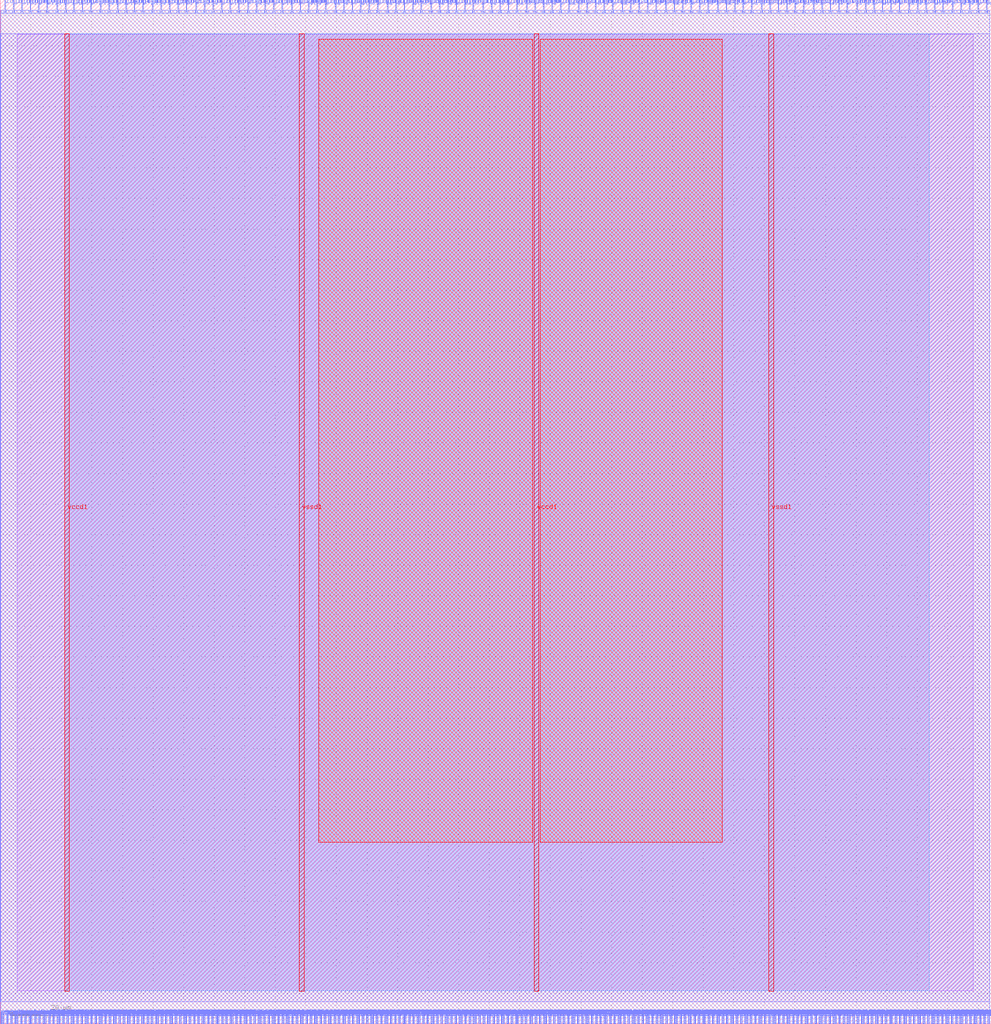
<source format=lef>
VERSION 5.7 ;
  NOWIREEXTENSIONATPIN ON ;
  DIVIDERCHAR "/" ;
  BUSBITCHARS "[]" ;
MACRO user_proj_example
  CLASS BLOCK ;
  FOREIGN user_proj_example ;
  ORIGIN 0.000 0.000 ;
  SIZE 324.205 BY 334.925 ;
  PIN io_in[0]
    DIRECTION INPUT ;
    USE SIGNAL ;
    PORT
      LAYER met2 ;
        RECT 1.470 330.925 1.750 334.925 ;
    END
  END io_in[0]
  PIN io_in[10]
    DIRECTION INPUT ;
    USE SIGNAL ;
    PORT
      LAYER met2 ;
        RECT 86.570 330.925 86.850 334.925 ;
    END
  END io_in[10]
  PIN io_in[11]
    DIRECTION INPUT ;
    USE SIGNAL ;
    PORT
      LAYER met2 ;
        RECT 95.310 330.925 95.590 334.925 ;
    END
  END io_in[11]
  PIN io_in[12]
    DIRECTION INPUT ;
    USE SIGNAL ;
    PORT
      LAYER met2 ;
        RECT 103.590 330.925 103.870 334.925 ;
    END
  END io_in[12]
  PIN io_in[13]
    DIRECTION INPUT ;
    USE SIGNAL ;
    PORT
      LAYER met2 ;
        RECT 112.330 330.925 112.610 334.925 ;
    END
  END io_in[13]
  PIN io_in[14]
    DIRECTION INPUT ;
    USE SIGNAL ;
    PORT
      LAYER met2 ;
        RECT 120.610 330.925 120.890 334.925 ;
    END
  END io_in[14]
  PIN io_in[15]
    DIRECTION INPUT ;
    USE SIGNAL ;
    PORT
      LAYER met2 ;
        RECT 129.350 330.925 129.630 334.925 ;
    END
  END io_in[15]
  PIN io_in[16]
    DIRECTION INPUT ;
    USE SIGNAL ;
    PORT
      LAYER met2 ;
        RECT 137.630 330.925 137.910 334.925 ;
    END
  END io_in[16]
  PIN io_in[17]
    DIRECTION INPUT ;
    USE SIGNAL ;
    PORT
      LAYER met2 ;
        RECT 146.370 330.925 146.650 334.925 ;
    END
  END io_in[17]
  PIN io_in[18]
    DIRECTION INPUT ;
    USE SIGNAL ;
    PORT
      LAYER met2 ;
        RECT 154.650 330.925 154.930 334.925 ;
    END
  END io_in[18]
  PIN io_in[19]
    DIRECTION INPUT ;
    USE SIGNAL ;
    PORT
      LAYER met2 ;
        RECT 163.390 330.925 163.670 334.925 ;
    END
  END io_in[19]
  PIN io_in[1]
    DIRECTION INPUT ;
    USE SIGNAL ;
    PORT
      LAYER met2 ;
        RECT 9.750 330.925 10.030 334.925 ;
    END
  END io_in[1]
  PIN io_in[20]
    DIRECTION INPUT ;
    USE SIGNAL ;
    PORT
      LAYER met2 ;
        RECT 172.130 330.925 172.410 334.925 ;
    END
  END io_in[20]
  PIN io_in[21]
    DIRECTION INPUT ;
    USE SIGNAL ;
    PORT
      LAYER met2 ;
        RECT 180.410 330.925 180.690 334.925 ;
    END
  END io_in[21]
  PIN io_in[22]
    DIRECTION INPUT ;
    USE SIGNAL ;
    PORT
      LAYER met2 ;
        RECT 189.150 330.925 189.430 334.925 ;
    END
  END io_in[22]
  PIN io_in[23]
    DIRECTION INPUT ;
    USE SIGNAL ;
    PORT
      LAYER met2 ;
        RECT 197.430 330.925 197.710 334.925 ;
    END
  END io_in[23]
  PIN io_in[24]
    DIRECTION INPUT ;
    USE SIGNAL ;
    PORT
      LAYER met2 ;
        RECT 206.170 330.925 206.450 334.925 ;
    END
  END io_in[24]
  PIN io_in[25]
    DIRECTION INPUT ;
    USE SIGNAL ;
    PORT
      LAYER met2 ;
        RECT 214.450 330.925 214.730 334.925 ;
    END
  END io_in[25]
  PIN io_in[26]
    DIRECTION INPUT ;
    USE SIGNAL ;
    PORT
      LAYER met2 ;
        RECT 223.190 330.925 223.470 334.925 ;
    END
  END io_in[26]
  PIN io_in[27]
    DIRECTION INPUT ;
    USE SIGNAL ;
    PORT
      LAYER met2 ;
        RECT 231.470 330.925 231.750 334.925 ;
    END
  END io_in[27]
  PIN io_in[28]
    DIRECTION INPUT ;
    USE SIGNAL ;
    PORT
      LAYER met2 ;
        RECT 240.210 330.925 240.490 334.925 ;
    END
  END io_in[28]
  PIN io_in[29]
    DIRECTION INPUT ;
    USE SIGNAL ;
    PORT
      LAYER met2 ;
        RECT 248.950 330.925 249.230 334.925 ;
    END
  END io_in[29]
  PIN io_in[2]
    DIRECTION INPUT ;
    USE SIGNAL ;
    PORT
      LAYER met2 ;
        RECT 18.490 330.925 18.770 334.925 ;
    END
  END io_in[2]
  PIN io_in[30]
    DIRECTION INPUT ;
    USE SIGNAL ;
    PORT
      LAYER met2 ;
        RECT 257.230 330.925 257.510 334.925 ;
    END
  END io_in[30]
  PIN io_in[31]
    DIRECTION INPUT ;
    USE SIGNAL ;
    PORT
      LAYER met2 ;
        RECT 265.970 330.925 266.250 334.925 ;
    END
  END io_in[31]
  PIN io_in[32]
    DIRECTION INPUT ;
    USE SIGNAL ;
    PORT
      LAYER met2 ;
        RECT 274.250 330.925 274.530 334.925 ;
    END
  END io_in[32]
  PIN io_in[33]
    DIRECTION INPUT ;
    USE SIGNAL ;
    PORT
      LAYER met2 ;
        RECT 282.990 330.925 283.270 334.925 ;
    END
  END io_in[33]
  PIN io_in[34]
    DIRECTION INPUT ;
    USE SIGNAL ;
    PORT
      LAYER met2 ;
        RECT 291.270 330.925 291.550 334.925 ;
    END
  END io_in[34]
  PIN io_in[35]
    DIRECTION INPUT ;
    USE SIGNAL ;
    PORT
      LAYER met2 ;
        RECT 300.010 330.925 300.290 334.925 ;
    END
  END io_in[35]
  PIN io_in[36]
    DIRECTION INPUT ;
    USE SIGNAL ;
    PORT
      LAYER met2 ;
        RECT 308.290 330.925 308.570 334.925 ;
    END
  END io_in[36]
  PIN io_in[37]
    DIRECTION INPUT ;
    USE SIGNAL ;
    PORT
      LAYER met2 ;
        RECT 317.030 330.925 317.310 334.925 ;
    END
  END io_in[37]
  PIN io_in[3]
    DIRECTION INPUT ;
    USE SIGNAL ;
    PORT
      LAYER met2 ;
        RECT 26.770 330.925 27.050 334.925 ;
    END
  END io_in[3]
  PIN io_in[4]
    DIRECTION INPUT ;
    USE SIGNAL ;
    PORT
      LAYER met2 ;
        RECT 35.510 330.925 35.790 334.925 ;
    END
  END io_in[4]
  PIN io_in[5]
    DIRECTION INPUT ;
    USE SIGNAL ;
    PORT
      LAYER met2 ;
        RECT 43.790 330.925 44.070 334.925 ;
    END
  END io_in[5]
  PIN io_in[6]
    DIRECTION INPUT ;
    USE SIGNAL ;
    PORT
      LAYER met2 ;
        RECT 52.530 330.925 52.810 334.925 ;
    END
  END io_in[6]
  PIN io_in[7]
    DIRECTION INPUT ;
    USE SIGNAL ;
    PORT
      LAYER met2 ;
        RECT 60.810 330.925 61.090 334.925 ;
    END
  END io_in[7]
  PIN io_in[8]
    DIRECTION INPUT ;
    USE SIGNAL ;
    PORT
      LAYER met2 ;
        RECT 69.550 330.925 69.830 334.925 ;
    END
  END io_in[8]
  PIN io_in[9]
    DIRECTION INPUT ;
    USE SIGNAL ;
    PORT
      LAYER met2 ;
        RECT 77.830 330.925 78.110 334.925 ;
    END
  END io_in[9]
  PIN io_oeb[0]
    DIRECTION OUTPUT TRISTATE ;
    USE SIGNAL ;
    PORT
      LAYER met2 ;
        RECT 4.230 330.925 4.510 334.925 ;
    END
  END io_oeb[0]
  PIN io_oeb[10]
    DIRECTION OUTPUT TRISTATE ;
    USE SIGNAL ;
    PORT
      LAYER met2 ;
        RECT 89.330 330.925 89.610 334.925 ;
    END
  END io_oeb[10]
  PIN io_oeb[11]
    DIRECTION OUTPUT TRISTATE ;
    USE SIGNAL ;
    PORT
      LAYER met2 ;
        RECT 98.070 330.925 98.350 334.925 ;
    END
  END io_oeb[11]
  PIN io_oeb[12]
    DIRECTION OUTPUT TRISTATE ;
    USE SIGNAL ;
    PORT
      LAYER met2 ;
        RECT 106.350 330.925 106.630 334.925 ;
    END
  END io_oeb[12]
  PIN io_oeb[13]
    DIRECTION OUTPUT TRISTATE ;
    USE SIGNAL ;
    PORT
      LAYER met2 ;
        RECT 115.090 330.925 115.370 334.925 ;
    END
  END io_oeb[13]
  PIN io_oeb[14]
    DIRECTION OUTPUT TRISTATE ;
    USE SIGNAL ;
    PORT
      LAYER met2 ;
        RECT 123.370 330.925 123.650 334.925 ;
    END
  END io_oeb[14]
  PIN io_oeb[15]
    DIRECTION OUTPUT TRISTATE ;
    USE SIGNAL ;
    PORT
      LAYER met2 ;
        RECT 132.110 330.925 132.390 334.925 ;
    END
  END io_oeb[15]
  PIN io_oeb[16]
    DIRECTION OUTPUT TRISTATE ;
    USE SIGNAL ;
    PORT
      LAYER met2 ;
        RECT 140.850 330.925 141.130 334.925 ;
    END
  END io_oeb[16]
  PIN io_oeb[17]
    DIRECTION OUTPUT TRISTATE ;
    USE SIGNAL ;
    PORT
      LAYER met2 ;
        RECT 149.130 330.925 149.410 334.925 ;
    END
  END io_oeb[17]
  PIN io_oeb[18]
    DIRECTION OUTPUT TRISTATE ;
    USE SIGNAL ;
    PORT
      LAYER met2 ;
        RECT 157.870 330.925 158.150 334.925 ;
    END
  END io_oeb[18]
  PIN io_oeb[19]
    DIRECTION OUTPUT TRISTATE ;
    USE SIGNAL ;
    PORT
      LAYER met2 ;
        RECT 166.150 330.925 166.430 334.925 ;
    END
  END io_oeb[19]
  PIN io_oeb[1]
    DIRECTION OUTPUT TRISTATE ;
    USE SIGNAL ;
    PORT
      LAYER met2 ;
        RECT 12.510 330.925 12.790 334.925 ;
    END
  END io_oeb[1]
  PIN io_oeb[20]
    DIRECTION OUTPUT TRISTATE ;
    USE SIGNAL ;
    PORT
      LAYER met2 ;
        RECT 174.890 330.925 175.170 334.925 ;
    END
  END io_oeb[20]
  PIN io_oeb[21]
    DIRECTION OUTPUT TRISTATE ;
    USE SIGNAL ;
    PORT
      LAYER met2 ;
        RECT 183.170 330.925 183.450 334.925 ;
    END
  END io_oeb[21]
  PIN io_oeb[22]
    DIRECTION OUTPUT TRISTATE ;
    USE SIGNAL ;
    PORT
      LAYER met2 ;
        RECT 191.910 330.925 192.190 334.925 ;
    END
  END io_oeb[22]
  PIN io_oeb[23]
    DIRECTION OUTPUT TRISTATE ;
    USE SIGNAL ;
    PORT
      LAYER met2 ;
        RECT 200.190 330.925 200.470 334.925 ;
    END
  END io_oeb[23]
  PIN io_oeb[24]
    DIRECTION OUTPUT TRISTATE ;
    USE SIGNAL ;
    PORT
      LAYER met2 ;
        RECT 208.930 330.925 209.210 334.925 ;
    END
  END io_oeb[24]
  PIN io_oeb[25]
    DIRECTION OUTPUT TRISTATE ;
    USE SIGNAL ;
    PORT
      LAYER met2 ;
        RECT 217.670 330.925 217.950 334.925 ;
    END
  END io_oeb[25]
  PIN io_oeb[26]
    DIRECTION OUTPUT TRISTATE ;
    USE SIGNAL ;
    PORT
      LAYER met2 ;
        RECT 225.950 330.925 226.230 334.925 ;
    END
  END io_oeb[26]
  PIN io_oeb[27]
    DIRECTION OUTPUT TRISTATE ;
    USE SIGNAL ;
    PORT
      LAYER met2 ;
        RECT 234.690 330.925 234.970 334.925 ;
    END
  END io_oeb[27]
  PIN io_oeb[28]
    DIRECTION OUTPUT TRISTATE ;
    USE SIGNAL ;
    PORT
      LAYER met2 ;
        RECT 242.970 330.925 243.250 334.925 ;
    END
  END io_oeb[28]
  PIN io_oeb[29]
    DIRECTION OUTPUT TRISTATE ;
    USE SIGNAL ;
    PORT
      LAYER met2 ;
        RECT 251.710 330.925 251.990 334.925 ;
    END
  END io_oeb[29]
  PIN io_oeb[2]
    DIRECTION OUTPUT TRISTATE ;
    USE SIGNAL ;
    PORT
      LAYER met2 ;
        RECT 21.250 330.925 21.530 334.925 ;
    END
  END io_oeb[2]
  PIN io_oeb[30]
    DIRECTION OUTPUT TRISTATE ;
    USE SIGNAL ;
    PORT
      LAYER met2 ;
        RECT 259.990 330.925 260.270 334.925 ;
    END
  END io_oeb[30]
  PIN io_oeb[31]
    DIRECTION OUTPUT TRISTATE ;
    USE SIGNAL ;
    PORT
      LAYER met2 ;
        RECT 268.730 330.925 269.010 334.925 ;
    END
  END io_oeb[31]
  PIN io_oeb[32]
    DIRECTION OUTPUT TRISTATE ;
    USE SIGNAL ;
    PORT
      LAYER met2 ;
        RECT 277.010 330.925 277.290 334.925 ;
    END
  END io_oeb[32]
  PIN io_oeb[33]
    DIRECTION OUTPUT TRISTATE ;
    USE SIGNAL ;
    PORT
      LAYER met2 ;
        RECT 285.750 330.925 286.030 334.925 ;
    END
  END io_oeb[33]
  PIN io_oeb[34]
    DIRECTION OUTPUT TRISTATE ;
    USE SIGNAL ;
    PORT
      LAYER met2 ;
        RECT 294.030 330.925 294.310 334.925 ;
    END
  END io_oeb[34]
  PIN io_oeb[35]
    DIRECTION OUTPUT TRISTATE ;
    USE SIGNAL ;
    PORT
      LAYER met2 ;
        RECT 302.770 330.925 303.050 334.925 ;
    END
  END io_oeb[35]
  PIN io_oeb[36]
    DIRECTION OUTPUT TRISTATE ;
    USE SIGNAL ;
    PORT
      LAYER met2 ;
        RECT 311.510 330.925 311.790 334.925 ;
    END
  END io_oeb[36]
  PIN io_oeb[37]
    DIRECTION OUTPUT TRISTATE ;
    USE SIGNAL ;
    PORT
      LAYER met2 ;
        RECT 319.790 330.925 320.070 334.925 ;
    END
  END io_oeb[37]
  PIN io_oeb[3]
    DIRECTION OUTPUT TRISTATE ;
    USE SIGNAL ;
    PORT
      LAYER met2 ;
        RECT 29.530 330.925 29.810 334.925 ;
    END
  END io_oeb[3]
  PIN io_oeb[4]
    DIRECTION OUTPUT TRISTATE ;
    USE SIGNAL ;
    PORT
      LAYER met2 ;
        RECT 38.270 330.925 38.550 334.925 ;
    END
  END io_oeb[4]
  PIN io_oeb[5]
    DIRECTION OUTPUT TRISTATE ;
    USE SIGNAL ;
    PORT
      LAYER met2 ;
        RECT 46.550 330.925 46.830 334.925 ;
    END
  END io_oeb[5]
  PIN io_oeb[6]
    DIRECTION OUTPUT TRISTATE ;
    USE SIGNAL ;
    PORT
      LAYER met2 ;
        RECT 55.290 330.925 55.570 334.925 ;
    END
  END io_oeb[6]
  PIN io_oeb[7]
    DIRECTION OUTPUT TRISTATE ;
    USE SIGNAL ;
    PORT
      LAYER met2 ;
        RECT 64.030 330.925 64.310 334.925 ;
    END
  END io_oeb[7]
  PIN io_oeb[8]
    DIRECTION OUTPUT TRISTATE ;
    USE SIGNAL ;
    PORT
      LAYER met2 ;
        RECT 72.310 330.925 72.590 334.925 ;
    END
  END io_oeb[8]
  PIN io_oeb[9]
    DIRECTION OUTPUT TRISTATE ;
    USE SIGNAL ;
    PORT
      LAYER met2 ;
        RECT 81.050 330.925 81.330 334.925 ;
    END
  END io_oeb[9]
  PIN io_out[0]
    DIRECTION OUTPUT TRISTATE ;
    USE SIGNAL ;
    PORT
      LAYER met2 ;
        RECT 6.990 330.925 7.270 334.925 ;
    END
  END io_out[0]
  PIN io_out[10]
    DIRECTION OUTPUT TRISTATE ;
    USE SIGNAL ;
    PORT
      LAYER met2 ;
        RECT 92.090 330.925 92.370 334.925 ;
    END
  END io_out[10]
  PIN io_out[11]
    DIRECTION OUTPUT TRISTATE ;
    USE SIGNAL ;
    PORT
      LAYER met2 ;
        RECT 100.830 330.925 101.110 334.925 ;
    END
  END io_out[11]
  PIN io_out[12]
    DIRECTION OUTPUT TRISTATE ;
    USE SIGNAL ;
    PORT
      LAYER met2 ;
        RECT 109.570 330.925 109.850 334.925 ;
    END
  END io_out[12]
  PIN io_out[13]
    DIRECTION OUTPUT TRISTATE ;
    USE SIGNAL ;
    PORT
      LAYER met2 ;
        RECT 117.850 330.925 118.130 334.925 ;
    END
  END io_out[13]
  PIN io_out[14]
    DIRECTION OUTPUT TRISTATE ;
    USE SIGNAL ;
    PORT
      LAYER met2 ;
        RECT 126.590 330.925 126.870 334.925 ;
    END
  END io_out[14]
  PIN io_out[15]
    DIRECTION OUTPUT TRISTATE ;
    USE SIGNAL ;
    PORT
      LAYER met2 ;
        RECT 134.870 330.925 135.150 334.925 ;
    END
  END io_out[15]
  PIN io_out[16]
    DIRECTION OUTPUT TRISTATE ;
    USE SIGNAL ;
    PORT
      LAYER met2 ;
        RECT 143.610 330.925 143.890 334.925 ;
    END
  END io_out[16]
  PIN io_out[17]
    DIRECTION OUTPUT TRISTATE ;
    USE SIGNAL ;
    PORT
      LAYER met2 ;
        RECT 151.890 330.925 152.170 334.925 ;
    END
  END io_out[17]
  PIN io_out[18]
    DIRECTION OUTPUT TRISTATE ;
    USE SIGNAL ;
    PORT
      LAYER met2 ;
        RECT 160.630 330.925 160.910 334.925 ;
    END
  END io_out[18]
  PIN io_out[19]
    DIRECTION OUTPUT TRISTATE ;
    USE SIGNAL ;
    PORT
      LAYER met2 ;
        RECT 168.910 330.925 169.190 334.925 ;
    END
  END io_out[19]
  PIN io_out[1]
    DIRECTION OUTPUT TRISTATE ;
    USE SIGNAL ;
    PORT
      LAYER met2 ;
        RECT 15.270 330.925 15.550 334.925 ;
    END
  END io_out[1]
  PIN io_out[20]
    DIRECTION OUTPUT TRISTATE ;
    USE SIGNAL ;
    PORT
      LAYER met2 ;
        RECT 177.650 330.925 177.930 334.925 ;
    END
  END io_out[20]
  PIN io_out[21]
    DIRECTION OUTPUT TRISTATE ;
    USE SIGNAL ;
    PORT
      LAYER met2 ;
        RECT 185.930 330.925 186.210 334.925 ;
    END
  END io_out[21]
  PIN io_out[22]
    DIRECTION OUTPUT TRISTATE ;
    USE SIGNAL ;
    PORT
      LAYER met2 ;
        RECT 194.670 330.925 194.950 334.925 ;
    END
  END io_out[22]
  PIN io_out[23]
    DIRECTION OUTPUT TRISTATE ;
    USE SIGNAL ;
    PORT
      LAYER met2 ;
        RECT 203.410 330.925 203.690 334.925 ;
    END
  END io_out[23]
  PIN io_out[24]
    DIRECTION OUTPUT TRISTATE ;
    USE SIGNAL ;
    PORT
      LAYER met2 ;
        RECT 211.690 330.925 211.970 334.925 ;
    END
  END io_out[24]
  PIN io_out[25]
    DIRECTION OUTPUT TRISTATE ;
    USE SIGNAL ;
    PORT
      LAYER met2 ;
        RECT 220.430 330.925 220.710 334.925 ;
    END
  END io_out[25]
  PIN io_out[26]
    DIRECTION OUTPUT TRISTATE ;
    USE SIGNAL ;
    PORT
      LAYER met2 ;
        RECT 228.710 330.925 228.990 334.925 ;
    END
  END io_out[26]
  PIN io_out[27]
    DIRECTION OUTPUT TRISTATE ;
    USE SIGNAL ;
    PORT
      LAYER met2 ;
        RECT 237.450 330.925 237.730 334.925 ;
    END
  END io_out[27]
  PIN io_out[28]
    DIRECTION OUTPUT TRISTATE ;
    USE SIGNAL ;
    PORT
      LAYER met2 ;
        RECT 245.730 330.925 246.010 334.925 ;
    END
  END io_out[28]
  PIN io_out[29]
    DIRECTION OUTPUT TRISTATE ;
    USE SIGNAL ;
    PORT
      LAYER met2 ;
        RECT 254.470 330.925 254.750 334.925 ;
    END
  END io_out[29]
  PIN io_out[2]
    DIRECTION OUTPUT TRISTATE ;
    USE SIGNAL ;
    PORT
      LAYER met2 ;
        RECT 24.010 330.925 24.290 334.925 ;
    END
  END io_out[2]
  PIN io_out[30]
    DIRECTION OUTPUT TRISTATE ;
    USE SIGNAL ;
    PORT
      LAYER met2 ;
        RECT 262.750 330.925 263.030 334.925 ;
    END
  END io_out[30]
  PIN io_out[31]
    DIRECTION OUTPUT TRISTATE ;
    USE SIGNAL ;
    PORT
      LAYER met2 ;
        RECT 271.490 330.925 271.770 334.925 ;
    END
  END io_out[31]
  PIN io_out[32]
    DIRECTION OUTPUT TRISTATE ;
    USE SIGNAL ;
    PORT
      LAYER met2 ;
        RECT 280.230 330.925 280.510 334.925 ;
    END
  END io_out[32]
  PIN io_out[33]
    DIRECTION OUTPUT TRISTATE ;
    USE SIGNAL ;
    PORT
      LAYER met2 ;
        RECT 288.510 330.925 288.790 334.925 ;
    END
  END io_out[33]
  PIN io_out[34]
    DIRECTION OUTPUT TRISTATE ;
    USE SIGNAL ;
    PORT
      LAYER met2 ;
        RECT 297.250 330.925 297.530 334.925 ;
    END
  END io_out[34]
  PIN io_out[35]
    DIRECTION OUTPUT TRISTATE ;
    USE SIGNAL ;
    PORT
      LAYER met2 ;
        RECT 305.530 330.925 305.810 334.925 ;
    END
  END io_out[35]
  PIN io_out[36]
    DIRECTION OUTPUT TRISTATE ;
    USE SIGNAL ;
    PORT
      LAYER met2 ;
        RECT 314.270 330.925 314.550 334.925 ;
    END
  END io_out[36]
  PIN io_out[37]
    DIRECTION OUTPUT TRISTATE ;
    USE SIGNAL ;
    PORT
      LAYER met2 ;
        RECT 322.550 330.925 322.830 334.925 ;
    END
  END io_out[37]
  PIN io_out[3]
    DIRECTION OUTPUT TRISTATE ;
    USE SIGNAL ;
    PORT
      LAYER met2 ;
        RECT 32.750 330.925 33.030 334.925 ;
    END
  END io_out[3]
  PIN io_out[4]
    DIRECTION OUTPUT TRISTATE ;
    USE SIGNAL ;
    PORT
      LAYER met2 ;
        RECT 41.030 330.925 41.310 334.925 ;
    END
  END io_out[4]
  PIN io_out[5]
    DIRECTION OUTPUT TRISTATE ;
    USE SIGNAL ;
    PORT
      LAYER met2 ;
        RECT 49.770 330.925 50.050 334.925 ;
    END
  END io_out[5]
  PIN io_out[6]
    DIRECTION OUTPUT TRISTATE ;
    USE SIGNAL ;
    PORT
      LAYER met2 ;
        RECT 58.050 330.925 58.330 334.925 ;
    END
  END io_out[6]
  PIN io_out[7]
    DIRECTION OUTPUT TRISTATE ;
    USE SIGNAL ;
    PORT
      LAYER met2 ;
        RECT 66.790 330.925 67.070 334.925 ;
    END
  END io_out[7]
  PIN io_out[8]
    DIRECTION OUTPUT TRISTATE ;
    USE SIGNAL ;
    PORT
      LAYER met2 ;
        RECT 75.070 330.925 75.350 334.925 ;
    END
  END io_out[8]
  PIN io_out[9]
    DIRECTION OUTPUT TRISTATE ;
    USE SIGNAL ;
    PORT
      LAYER met2 ;
        RECT 83.810 330.925 84.090 334.925 ;
    END
  END io_out[9]
  PIN irq[0]
    DIRECTION OUTPUT TRISTATE ;
    USE SIGNAL ;
    PORT
      LAYER met2 ;
        RECT 322.090 0.000 322.370 4.000 ;
    END
  END irq[0]
  PIN irq[1]
    DIRECTION OUTPUT TRISTATE ;
    USE SIGNAL ;
    PORT
      LAYER met2 ;
        RECT 323.010 0.000 323.290 4.000 ;
    END
  END irq[1]
  PIN irq[2]
    DIRECTION OUTPUT TRISTATE ;
    USE SIGNAL ;
    PORT
      LAYER met2 ;
        RECT 323.470 0.000 323.750 4.000 ;
    END
  END irq[2]
  PIN la_data_in[0]
    DIRECTION INPUT ;
    USE SIGNAL ;
    PORT
      LAYER met2 ;
        RECT 69.550 0.000 69.830 4.000 ;
    END
  END la_data_in[0]
  PIN la_data_in[100]
    DIRECTION INPUT ;
    USE SIGNAL ;
    PORT
      LAYER met2 ;
        RECT 266.890 0.000 267.170 4.000 ;
    END
  END la_data_in[100]
  PIN la_data_in[101]
    DIRECTION INPUT ;
    USE SIGNAL ;
    PORT
      LAYER met2 ;
        RECT 268.730 0.000 269.010 4.000 ;
    END
  END la_data_in[101]
  PIN la_data_in[102]
    DIRECTION INPUT ;
    USE SIGNAL ;
    PORT
      LAYER met2 ;
        RECT 271.030 0.000 271.310 4.000 ;
    END
  END la_data_in[102]
  PIN la_data_in[103]
    DIRECTION INPUT ;
    USE SIGNAL ;
    PORT
      LAYER met2 ;
        RECT 272.870 0.000 273.150 4.000 ;
    END
  END la_data_in[103]
  PIN la_data_in[104]
    DIRECTION INPUT ;
    USE SIGNAL ;
    PORT
      LAYER met2 ;
        RECT 274.710 0.000 274.990 4.000 ;
    END
  END la_data_in[104]
  PIN la_data_in[105]
    DIRECTION INPUT ;
    USE SIGNAL ;
    PORT
      LAYER met2 ;
        RECT 277.010 0.000 277.290 4.000 ;
    END
  END la_data_in[105]
  PIN la_data_in[106]
    DIRECTION INPUT ;
    USE SIGNAL ;
    PORT
      LAYER met2 ;
        RECT 278.850 0.000 279.130 4.000 ;
    END
  END la_data_in[106]
  PIN la_data_in[107]
    DIRECTION INPUT ;
    USE SIGNAL ;
    PORT
      LAYER met2 ;
        RECT 280.690 0.000 280.970 4.000 ;
    END
  END la_data_in[107]
  PIN la_data_in[108]
    DIRECTION INPUT ;
    USE SIGNAL ;
    PORT
      LAYER met2 ;
        RECT 282.530 0.000 282.810 4.000 ;
    END
  END la_data_in[108]
  PIN la_data_in[109]
    DIRECTION INPUT ;
    USE SIGNAL ;
    PORT
      LAYER met2 ;
        RECT 284.830 0.000 285.110 4.000 ;
    END
  END la_data_in[109]
  PIN la_data_in[10]
    DIRECTION INPUT ;
    USE SIGNAL ;
    PORT
      LAYER met2 ;
        RECT 89.330 0.000 89.610 4.000 ;
    END
  END la_data_in[10]
  PIN la_data_in[110]
    DIRECTION INPUT ;
    USE SIGNAL ;
    PORT
      LAYER met2 ;
        RECT 286.670 0.000 286.950 4.000 ;
    END
  END la_data_in[110]
  PIN la_data_in[111]
    DIRECTION INPUT ;
    USE SIGNAL ;
    PORT
      LAYER met2 ;
        RECT 288.510 0.000 288.790 4.000 ;
    END
  END la_data_in[111]
  PIN la_data_in[112]
    DIRECTION INPUT ;
    USE SIGNAL ;
    PORT
      LAYER met2 ;
        RECT 290.810 0.000 291.090 4.000 ;
    END
  END la_data_in[112]
  PIN la_data_in[113]
    DIRECTION INPUT ;
    USE SIGNAL ;
    PORT
      LAYER met2 ;
        RECT 292.650 0.000 292.930 4.000 ;
    END
  END la_data_in[113]
  PIN la_data_in[114]
    DIRECTION INPUT ;
    USE SIGNAL ;
    PORT
      LAYER met2 ;
        RECT 294.490 0.000 294.770 4.000 ;
    END
  END la_data_in[114]
  PIN la_data_in[115]
    DIRECTION INPUT ;
    USE SIGNAL ;
    PORT
      LAYER met2 ;
        RECT 296.330 0.000 296.610 4.000 ;
    END
  END la_data_in[115]
  PIN la_data_in[116]
    DIRECTION INPUT ;
    USE SIGNAL ;
    PORT
      LAYER met2 ;
        RECT 298.630 0.000 298.910 4.000 ;
    END
  END la_data_in[116]
  PIN la_data_in[117]
    DIRECTION INPUT ;
    USE SIGNAL ;
    PORT
      LAYER met2 ;
        RECT 300.470 0.000 300.750 4.000 ;
    END
  END la_data_in[117]
  PIN la_data_in[118]
    DIRECTION INPUT ;
    USE SIGNAL ;
    PORT
      LAYER met2 ;
        RECT 302.310 0.000 302.590 4.000 ;
    END
  END la_data_in[118]
  PIN la_data_in[119]
    DIRECTION INPUT ;
    USE SIGNAL ;
    PORT
      LAYER met2 ;
        RECT 304.610 0.000 304.890 4.000 ;
    END
  END la_data_in[119]
  PIN la_data_in[11]
    DIRECTION INPUT ;
    USE SIGNAL ;
    PORT
      LAYER met2 ;
        RECT 91.170 0.000 91.450 4.000 ;
    END
  END la_data_in[11]
  PIN la_data_in[120]
    DIRECTION INPUT ;
    USE SIGNAL ;
    PORT
      LAYER met2 ;
        RECT 306.450 0.000 306.730 4.000 ;
    END
  END la_data_in[120]
  PIN la_data_in[121]
    DIRECTION INPUT ;
    USE SIGNAL ;
    PORT
      LAYER met2 ;
        RECT 308.290 0.000 308.570 4.000 ;
    END
  END la_data_in[121]
  PIN la_data_in[122]
    DIRECTION INPUT ;
    USE SIGNAL ;
    PORT
      LAYER met2 ;
        RECT 310.130 0.000 310.410 4.000 ;
    END
  END la_data_in[122]
  PIN la_data_in[123]
    DIRECTION INPUT ;
    USE SIGNAL ;
    PORT
      LAYER met2 ;
        RECT 312.430 0.000 312.710 4.000 ;
    END
  END la_data_in[123]
  PIN la_data_in[124]
    DIRECTION INPUT ;
    USE SIGNAL ;
    PORT
      LAYER met2 ;
        RECT 314.270 0.000 314.550 4.000 ;
    END
  END la_data_in[124]
  PIN la_data_in[125]
    DIRECTION INPUT ;
    USE SIGNAL ;
    PORT
      LAYER met2 ;
        RECT 316.110 0.000 316.390 4.000 ;
    END
  END la_data_in[125]
  PIN la_data_in[126]
    DIRECTION INPUT ;
    USE SIGNAL ;
    PORT
      LAYER met2 ;
        RECT 318.410 0.000 318.690 4.000 ;
    END
  END la_data_in[126]
  PIN la_data_in[127]
    DIRECTION INPUT ;
    USE SIGNAL ;
    PORT
      LAYER met2 ;
        RECT 320.250 0.000 320.530 4.000 ;
    END
  END la_data_in[127]
  PIN la_data_in[12]
    DIRECTION INPUT ;
    USE SIGNAL ;
    PORT
      LAYER met2 ;
        RECT 93.470 0.000 93.750 4.000 ;
    END
  END la_data_in[12]
  PIN la_data_in[13]
    DIRECTION INPUT ;
    USE SIGNAL ;
    PORT
      LAYER met2 ;
        RECT 95.310 0.000 95.590 4.000 ;
    END
  END la_data_in[13]
  PIN la_data_in[14]
    DIRECTION INPUT ;
    USE SIGNAL ;
    PORT
      LAYER met2 ;
        RECT 97.150 0.000 97.430 4.000 ;
    END
  END la_data_in[14]
  PIN la_data_in[15]
    DIRECTION INPUT ;
    USE SIGNAL ;
    PORT
      LAYER met2 ;
        RECT 98.990 0.000 99.270 4.000 ;
    END
  END la_data_in[15]
  PIN la_data_in[16]
    DIRECTION INPUT ;
    USE SIGNAL ;
    PORT
      LAYER met2 ;
        RECT 101.290 0.000 101.570 4.000 ;
    END
  END la_data_in[16]
  PIN la_data_in[17]
    DIRECTION INPUT ;
    USE SIGNAL ;
    PORT
      LAYER met2 ;
        RECT 103.130 0.000 103.410 4.000 ;
    END
  END la_data_in[17]
  PIN la_data_in[18]
    DIRECTION INPUT ;
    USE SIGNAL ;
    PORT
      LAYER met2 ;
        RECT 104.970 0.000 105.250 4.000 ;
    END
  END la_data_in[18]
  PIN la_data_in[19]
    DIRECTION INPUT ;
    USE SIGNAL ;
    PORT
      LAYER met2 ;
        RECT 107.270 0.000 107.550 4.000 ;
    END
  END la_data_in[19]
  PIN la_data_in[1]
    DIRECTION INPUT ;
    USE SIGNAL ;
    PORT
      LAYER met2 ;
        RECT 71.390 0.000 71.670 4.000 ;
    END
  END la_data_in[1]
  PIN la_data_in[20]
    DIRECTION INPUT ;
    USE SIGNAL ;
    PORT
      LAYER met2 ;
        RECT 109.110 0.000 109.390 4.000 ;
    END
  END la_data_in[20]
  PIN la_data_in[21]
    DIRECTION INPUT ;
    USE SIGNAL ;
    PORT
      LAYER met2 ;
        RECT 110.950 0.000 111.230 4.000 ;
    END
  END la_data_in[21]
  PIN la_data_in[22]
    DIRECTION INPUT ;
    USE SIGNAL ;
    PORT
      LAYER met2 ;
        RECT 112.790 0.000 113.070 4.000 ;
    END
  END la_data_in[22]
  PIN la_data_in[23]
    DIRECTION INPUT ;
    USE SIGNAL ;
    PORT
      LAYER met2 ;
        RECT 115.090 0.000 115.370 4.000 ;
    END
  END la_data_in[23]
  PIN la_data_in[24]
    DIRECTION INPUT ;
    USE SIGNAL ;
    PORT
      LAYER met2 ;
        RECT 116.930 0.000 117.210 4.000 ;
    END
  END la_data_in[24]
  PIN la_data_in[25]
    DIRECTION INPUT ;
    USE SIGNAL ;
    PORT
      LAYER met2 ;
        RECT 118.770 0.000 119.050 4.000 ;
    END
  END la_data_in[25]
  PIN la_data_in[26]
    DIRECTION INPUT ;
    USE SIGNAL ;
    PORT
      LAYER met2 ;
        RECT 121.070 0.000 121.350 4.000 ;
    END
  END la_data_in[26]
  PIN la_data_in[27]
    DIRECTION INPUT ;
    USE SIGNAL ;
    PORT
      LAYER met2 ;
        RECT 122.910 0.000 123.190 4.000 ;
    END
  END la_data_in[27]
  PIN la_data_in[28]
    DIRECTION INPUT ;
    USE SIGNAL ;
    PORT
      LAYER met2 ;
        RECT 124.750 0.000 125.030 4.000 ;
    END
  END la_data_in[28]
  PIN la_data_in[29]
    DIRECTION INPUT ;
    USE SIGNAL ;
    PORT
      LAYER met2 ;
        RECT 126.590 0.000 126.870 4.000 ;
    END
  END la_data_in[29]
  PIN la_data_in[2]
    DIRECTION INPUT ;
    USE SIGNAL ;
    PORT
      LAYER met2 ;
        RECT 73.690 0.000 73.970 4.000 ;
    END
  END la_data_in[2]
  PIN la_data_in[30]
    DIRECTION INPUT ;
    USE SIGNAL ;
    PORT
      LAYER met2 ;
        RECT 128.890 0.000 129.170 4.000 ;
    END
  END la_data_in[30]
  PIN la_data_in[31]
    DIRECTION INPUT ;
    USE SIGNAL ;
    PORT
      LAYER met2 ;
        RECT 130.730 0.000 131.010 4.000 ;
    END
  END la_data_in[31]
  PIN la_data_in[32]
    DIRECTION INPUT ;
    USE SIGNAL ;
    PORT
      LAYER met2 ;
        RECT 132.570 0.000 132.850 4.000 ;
    END
  END la_data_in[32]
  PIN la_data_in[33]
    DIRECTION INPUT ;
    USE SIGNAL ;
    PORT
      LAYER met2 ;
        RECT 134.870 0.000 135.150 4.000 ;
    END
  END la_data_in[33]
  PIN la_data_in[34]
    DIRECTION INPUT ;
    USE SIGNAL ;
    PORT
      LAYER met2 ;
        RECT 136.710 0.000 136.990 4.000 ;
    END
  END la_data_in[34]
  PIN la_data_in[35]
    DIRECTION INPUT ;
    USE SIGNAL ;
    PORT
      LAYER met2 ;
        RECT 138.550 0.000 138.830 4.000 ;
    END
  END la_data_in[35]
  PIN la_data_in[36]
    DIRECTION INPUT ;
    USE SIGNAL ;
    PORT
      LAYER met2 ;
        RECT 140.850 0.000 141.130 4.000 ;
    END
  END la_data_in[36]
  PIN la_data_in[37]
    DIRECTION INPUT ;
    USE SIGNAL ;
    PORT
      LAYER met2 ;
        RECT 142.690 0.000 142.970 4.000 ;
    END
  END la_data_in[37]
  PIN la_data_in[38]
    DIRECTION INPUT ;
    USE SIGNAL ;
    PORT
      LAYER met2 ;
        RECT 144.530 0.000 144.810 4.000 ;
    END
  END la_data_in[38]
  PIN la_data_in[39]
    DIRECTION INPUT ;
    USE SIGNAL ;
    PORT
      LAYER met2 ;
        RECT 146.370 0.000 146.650 4.000 ;
    END
  END la_data_in[39]
  PIN la_data_in[3]
    DIRECTION INPUT ;
    USE SIGNAL ;
    PORT
      LAYER met2 ;
        RECT 75.530 0.000 75.810 4.000 ;
    END
  END la_data_in[3]
  PIN la_data_in[40]
    DIRECTION INPUT ;
    USE SIGNAL ;
    PORT
      LAYER met2 ;
        RECT 148.670 0.000 148.950 4.000 ;
    END
  END la_data_in[40]
  PIN la_data_in[41]
    DIRECTION INPUT ;
    USE SIGNAL ;
    PORT
      LAYER met2 ;
        RECT 150.510 0.000 150.790 4.000 ;
    END
  END la_data_in[41]
  PIN la_data_in[42]
    DIRECTION INPUT ;
    USE SIGNAL ;
    PORT
      LAYER met2 ;
        RECT 152.350 0.000 152.630 4.000 ;
    END
  END la_data_in[42]
  PIN la_data_in[43]
    DIRECTION INPUT ;
    USE SIGNAL ;
    PORT
      LAYER met2 ;
        RECT 154.650 0.000 154.930 4.000 ;
    END
  END la_data_in[43]
  PIN la_data_in[44]
    DIRECTION INPUT ;
    USE SIGNAL ;
    PORT
      LAYER met2 ;
        RECT 156.490 0.000 156.770 4.000 ;
    END
  END la_data_in[44]
  PIN la_data_in[45]
    DIRECTION INPUT ;
    USE SIGNAL ;
    PORT
      LAYER met2 ;
        RECT 158.330 0.000 158.610 4.000 ;
    END
  END la_data_in[45]
  PIN la_data_in[46]
    DIRECTION INPUT ;
    USE SIGNAL ;
    PORT
      LAYER met2 ;
        RECT 160.170 0.000 160.450 4.000 ;
    END
  END la_data_in[46]
  PIN la_data_in[47]
    DIRECTION INPUT ;
    USE SIGNAL ;
    PORT
      LAYER met2 ;
        RECT 162.470 0.000 162.750 4.000 ;
    END
  END la_data_in[47]
  PIN la_data_in[48]
    DIRECTION INPUT ;
    USE SIGNAL ;
    PORT
      LAYER met2 ;
        RECT 164.310 0.000 164.590 4.000 ;
    END
  END la_data_in[48]
  PIN la_data_in[49]
    DIRECTION INPUT ;
    USE SIGNAL ;
    PORT
      LAYER met2 ;
        RECT 166.150 0.000 166.430 4.000 ;
    END
  END la_data_in[49]
  PIN la_data_in[4]
    DIRECTION INPUT ;
    USE SIGNAL ;
    PORT
      LAYER met2 ;
        RECT 77.370 0.000 77.650 4.000 ;
    END
  END la_data_in[4]
  PIN la_data_in[50]
    DIRECTION INPUT ;
    USE SIGNAL ;
    PORT
      LAYER met2 ;
        RECT 168.450 0.000 168.730 4.000 ;
    END
  END la_data_in[50]
  PIN la_data_in[51]
    DIRECTION INPUT ;
    USE SIGNAL ;
    PORT
      LAYER met2 ;
        RECT 170.290 0.000 170.570 4.000 ;
    END
  END la_data_in[51]
  PIN la_data_in[52]
    DIRECTION INPUT ;
    USE SIGNAL ;
    PORT
      LAYER met2 ;
        RECT 172.130 0.000 172.410 4.000 ;
    END
  END la_data_in[52]
  PIN la_data_in[53]
    DIRECTION INPUT ;
    USE SIGNAL ;
    PORT
      LAYER met2 ;
        RECT 173.970 0.000 174.250 4.000 ;
    END
  END la_data_in[53]
  PIN la_data_in[54]
    DIRECTION INPUT ;
    USE SIGNAL ;
    PORT
      LAYER met2 ;
        RECT 176.270 0.000 176.550 4.000 ;
    END
  END la_data_in[54]
  PIN la_data_in[55]
    DIRECTION INPUT ;
    USE SIGNAL ;
    PORT
      LAYER met2 ;
        RECT 178.110 0.000 178.390 4.000 ;
    END
  END la_data_in[55]
  PIN la_data_in[56]
    DIRECTION INPUT ;
    USE SIGNAL ;
    PORT
      LAYER met2 ;
        RECT 179.950 0.000 180.230 4.000 ;
    END
  END la_data_in[56]
  PIN la_data_in[57]
    DIRECTION INPUT ;
    USE SIGNAL ;
    PORT
      LAYER met2 ;
        RECT 182.250 0.000 182.530 4.000 ;
    END
  END la_data_in[57]
  PIN la_data_in[58]
    DIRECTION INPUT ;
    USE SIGNAL ;
    PORT
      LAYER met2 ;
        RECT 184.090 0.000 184.370 4.000 ;
    END
  END la_data_in[58]
  PIN la_data_in[59]
    DIRECTION INPUT ;
    USE SIGNAL ;
    PORT
      LAYER met2 ;
        RECT 185.930 0.000 186.210 4.000 ;
    END
  END la_data_in[59]
  PIN la_data_in[5]
    DIRECTION INPUT ;
    USE SIGNAL ;
    PORT
      LAYER met2 ;
        RECT 79.670 0.000 79.950 4.000 ;
    END
  END la_data_in[5]
  PIN la_data_in[60]
    DIRECTION INPUT ;
    USE SIGNAL ;
    PORT
      LAYER met2 ;
        RECT 187.770 0.000 188.050 4.000 ;
    END
  END la_data_in[60]
  PIN la_data_in[61]
    DIRECTION INPUT ;
    USE SIGNAL ;
    PORT
      LAYER met2 ;
        RECT 190.070 0.000 190.350 4.000 ;
    END
  END la_data_in[61]
  PIN la_data_in[62]
    DIRECTION INPUT ;
    USE SIGNAL ;
    PORT
      LAYER met2 ;
        RECT 191.910 0.000 192.190 4.000 ;
    END
  END la_data_in[62]
  PIN la_data_in[63]
    DIRECTION INPUT ;
    USE SIGNAL ;
    PORT
      LAYER met2 ;
        RECT 193.750 0.000 194.030 4.000 ;
    END
  END la_data_in[63]
  PIN la_data_in[64]
    DIRECTION INPUT ;
    USE SIGNAL ;
    PORT
      LAYER met2 ;
        RECT 196.050 0.000 196.330 4.000 ;
    END
  END la_data_in[64]
  PIN la_data_in[65]
    DIRECTION INPUT ;
    USE SIGNAL ;
    PORT
      LAYER met2 ;
        RECT 197.890 0.000 198.170 4.000 ;
    END
  END la_data_in[65]
  PIN la_data_in[66]
    DIRECTION INPUT ;
    USE SIGNAL ;
    PORT
      LAYER met2 ;
        RECT 199.730 0.000 200.010 4.000 ;
    END
  END la_data_in[66]
  PIN la_data_in[67]
    DIRECTION INPUT ;
    USE SIGNAL ;
    PORT
      LAYER met2 ;
        RECT 202.030 0.000 202.310 4.000 ;
    END
  END la_data_in[67]
  PIN la_data_in[68]
    DIRECTION INPUT ;
    USE SIGNAL ;
    PORT
      LAYER met2 ;
        RECT 203.870 0.000 204.150 4.000 ;
    END
  END la_data_in[68]
  PIN la_data_in[69]
    DIRECTION INPUT ;
    USE SIGNAL ;
    PORT
      LAYER met2 ;
        RECT 205.710 0.000 205.990 4.000 ;
    END
  END la_data_in[69]
  PIN la_data_in[6]
    DIRECTION INPUT ;
    USE SIGNAL ;
    PORT
      LAYER met2 ;
        RECT 81.510 0.000 81.790 4.000 ;
    END
  END la_data_in[6]
  PIN la_data_in[70]
    DIRECTION INPUT ;
    USE SIGNAL ;
    PORT
      LAYER met2 ;
        RECT 207.550 0.000 207.830 4.000 ;
    END
  END la_data_in[70]
  PIN la_data_in[71]
    DIRECTION INPUT ;
    USE SIGNAL ;
    PORT
      LAYER met2 ;
        RECT 209.850 0.000 210.130 4.000 ;
    END
  END la_data_in[71]
  PIN la_data_in[72]
    DIRECTION INPUT ;
    USE SIGNAL ;
    PORT
      LAYER met2 ;
        RECT 211.690 0.000 211.970 4.000 ;
    END
  END la_data_in[72]
  PIN la_data_in[73]
    DIRECTION INPUT ;
    USE SIGNAL ;
    PORT
      LAYER met2 ;
        RECT 213.530 0.000 213.810 4.000 ;
    END
  END la_data_in[73]
  PIN la_data_in[74]
    DIRECTION INPUT ;
    USE SIGNAL ;
    PORT
      LAYER met2 ;
        RECT 215.830 0.000 216.110 4.000 ;
    END
  END la_data_in[74]
  PIN la_data_in[75]
    DIRECTION INPUT ;
    USE SIGNAL ;
    PORT
      LAYER met2 ;
        RECT 217.670 0.000 217.950 4.000 ;
    END
  END la_data_in[75]
  PIN la_data_in[76]
    DIRECTION INPUT ;
    USE SIGNAL ;
    PORT
      LAYER met2 ;
        RECT 219.510 0.000 219.790 4.000 ;
    END
  END la_data_in[76]
  PIN la_data_in[77]
    DIRECTION INPUT ;
    USE SIGNAL ;
    PORT
      LAYER met2 ;
        RECT 221.350 0.000 221.630 4.000 ;
    END
  END la_data_in[77]
  PIN la_data_in[78]
    DIRECTION INPUT ;
    USE SIGNAL ;
    PORT
      LAYER met2 ;
        RECT 223.650 0.000 223.930 4.000 ;
    END
  END la_data_in[78]
  PIN la_data_in[79]
    DIRECTION INPUT ;
    USE SIGNAL ;
    PORT
      LAYER met2 ;
        RECT 225.490 0.000 225.770 4.000 ;
    END
  END la_data_in[79]
  PIN la_data_in[7]
    DIRECTION INPUT ;
    USE SIGNAL ;
    PORT
      LAYER met2 ;
        RECT 83.350 0.000 83.630 4.000 ;
    END
  END la_data_in[7]
  PIN la_data_in[80]
    DIRECTION INPUT ;
    USE SIGNAL ;
    PORT
      LAYER met2 ;
        RECT 227.330 0.000 227.610 4.000 ;
    END
  END la_data_in[80]
  PIN la_data_in[81]
    DIRECTION INPUT ;
    USE SIGNAL ;
    PORT
      LAYER met2 ;
        RECT 229.630 0.000 229.910 4.000 ;
    END
  END la_data_in[81]
  PIN la_data_in[82]
    DIRECTION INPUT ;
    USE SIGNAL ;
    PORT
      LAYER met2 ;
        RECT 231.470 0.000 231.750 4.000 ;
    END
  END la_data_in[82]
  PIN la_data_in[83]
    DIRECTION INPUT ;
    USE SIGNAL ;
    PORT
      LAYER met2 ;
        RECT 233.310 0.000 233.590 4.000 ;
    END
  END la_data_in[83]
  PIN la_data_in[84]
    DIRECTION INPUT ;
    USE SIGNAL ;
    PORT
      LAYER met2 ;
        RECT 235.150 0.000 235.430 4.000 ;
    END
  END la_data_in[84]
  PIN la_data_in[85]
    DIRECTION INPUT ;
    USE SIGNAL ;
    PORT
      LAYER met2 ;
        RECT 237.450 0.000 237.730 4.000 ;
    END
  END la_data_in[85]
  PIN la_data_in[86]
    DIRECTION INPUT ;
    USE SIGNAL ;
    PORT
      LAYER met2 ;
        RECT 239.290 0.000 239.570 4.000 ;
    END
  END la_data_in[86]
  PIN la_data_in[87]
    DIRECTION INPUT ;
    USE SIGNAL ;
    PORT
      LAYER met2 ;
        RECT 241.130 0.000 241.410 4.000 ;
    END
  END la_data_in[87]
  PIN la_data_in[88]
    DIRECTION INPUT ;
    USE SIGNAL ;
    PORT
      LAYER met2 ;
        RECT 243.430 0.000 243.710 4.000 ;
    END
  END la_data_in[88]
  PIN la_data_in[89]
    DIRECTION INPUT ;
    USE SIGNAL ;
    PORT
      LAYER met2 ;
        RECT 245.270 0.000 245.550 4.000 ;
    END
  END la_data_in[89]
  PIN la_data_in[8]
    DIRECTION INPUT ;
    USE SIGNAL ;
    PORT
      LAYER met2 ;
        RECT 85.190 0.000 85.470 4.000 ;
    END
  END la_data_in[8]
  PIN la_data_in[90]
    DIRECTION INPUT ;
    USE SIGNAL ;
    PORT
      LAYER met2 ;
        RECT 247.110 0.000 247.390 4.000 ;
    END
  END la_data_in[90]
  PIN la_data_in[91]
    DIRECTION INPUT ;
    USE SIGNAL ;
    PORT
      LAYER met2 ;
        RECT 248.950 0.000 249.230 4.000 ;
    END
  END la_data_in[91]
  PIN la_data_in[92]
    DIRECTION INPUT ;
    USE SIGNAL ;
    PORT
      LAYER met2 ;
        RECT 251.250 0.000 251.530 4.000 ;
    END
  END la_data_in[92]
  PIN la_data_in[93]
    DIRECTION INPUT ;
    USE SIGNAL ;
    PORT
      LAYER met2 ;
        RECT 253.090 0.000 253.370 4.000 ;
    END
  END la_data_in[93]
  PIN la_data_in[94]
    DIRECTION INPUT ;
    USE SIGNAL ;
    PORT
      LAYER met2 ;
        RECT 254.930 0.000 255.210 4.000 ;
    END
  END la_data_in[94]
  PIN la_data_in[95]
    DIRECTION INPUT ;
    USE SIGNAL ;
    PORT
      LAYER met2 ;
        RECT 257.230 0.000 257.510 4.000 ;
    END
  END la_data_in[95]
  PIN la_data_in[96]
    DIRECTION INPUT ;
    USE SIGNAL ;
    PORT
      LAYER met2 ;
        RECT 259.070 0.000 259.350 4.000 ;
    END
  END la_data_in[96]
  PIN la_data_in[97]
    DIRECTION INPUT ;
    USE SIGNAL ;
    PORT
      LAYER met2 ;
        RECT 260.910 0.000 261.190 4.000 ;
    END
  END la_data_in[97]
  PIN la_data_in[98]
    DIRECTION INPUT ;
    USE SIGNAL ;
    PORT
      LAYER met2 ;
        RECT 263.210 0.000 263.490 4.000 ;
    END
  END la_data_in[98]
  PIN la_data_in[99]
    DIRECTION INPUT ;
    USE SIGNAL ;
    PORT
      LAYER met2 ;
        RECT 265.050 0.000 265.330 4.000 ;
    END
  END la_data_in[99]
  PIN la_data_in[9]
    DIRECTION INPUT ;
    USE SIGNAL ;
    PORT
      LAYER met2 ;
        RECT 87.490 0.000 87.770 4.000 ;
    END
  END la_data_in[9]
  PIN la_data_out[0]
    DIRECTION OUTPUT TRISTATE ;
    USE SIGNAL ;
    PORT
      LAYER met2 ;
        RECT 70.470 0.000 70.750 4.000 ;
    END
  END la_data_out[0]
  PIN la_data_out[100]
    DIRECTION OUTPUT TRISTATE ;
    USE SIGNAL ;
    PORT
      LAYER met2 ;
        RECT 267.810 0.000 268.090 4.000 ;
    END
  END la_data_out[100]
  PIN la_data_out[101]
    DIRECTION OUTPUT TRISTATE ;
    USE SIGNAL ;
    PORT
      LAYER met2 ;
        RECT 269.650 0.000 269.930 4.000 ;
    END
  END la_data_out[101]
  PIN la_data_out[102]
    DIRECTION OUTPUT TRISTATE ;
    USE SIGNAL ;
    PORT
      LAYER met2 ;
        RECT 271.490 0.000 271.770 4.000 ;
    END
  END la_data_out[102]
  PIN la_data_out[103]
    DIRECTION OUTPUT TRISTATE ;
    USE SIGNAL ;
    PORT
      LAYER met2 ;
        RECT 273.330 0.000 273.610 4.000 ;
    END
  END la_data_out[103]
  PIN la_data_out[104]
    DIRECTION OUTPUT TRISTATE ;
    USE SIGNAL ;
    PORT
      LAYER met2 ;
        RECT 275.630 0.000 275.910 4.000 ;
    END
  END la_data_out[104]
  PIN la_data_out[105]
    DIRECTION OUTPUT TRISTATE ;
    USE SIGNAL ;
    PORT
      LAYER met2 ;
        RECT 277.470 0.000 277.750 4.000 ;
    END
  END la_data_out[105]
  PIN la_data_out[106]
    DIRECTION OUTPUT TRISTATE ;
    USE SIGNAL ;
    PORT
      LAYER met2 ;
        RECT 279.310 0.000 279.590 4.000 ;
    END
  END la_data_out[106]
  PIN la_data_out[107]
    DIRECTION OUTPUT TRISTATE ;
    USE SIGNAL ;
    PORT
      LAYER met2 ;
        RECT 281.610 0.000 281.890 4.000 ;
    END
  END la_data_out[107]
  PIN la_data_out[108]
    DIRECTION OUTPUT TRISTATE ;
    USE SIGNAL ;
    PORT
      LAYER met2 ;
        RECT 283.450 0.000 283.730 4.000 ;
    END
  END la_data_out[108]
  PIN la_data_out[109]
    DIRECTION OUTPUT TRISTATE ;
    USE SIGNAL ;
    PORT
      LAYER met2 ;
        RECT 285.290 0.000 285.570 4.000 ;
    END
  END la_data_out[109]
  PIN la_data_out[10]
    DIRECTION OUTPUT TRISTATE ;
    USE SIGNAL ;
    PORT
      LAYER met2 ;
        RECT 89.790 0.000 90.070 4.000 ;
    END
  END la_data_out[10]
  PIN la_data_out[110]
    DIRECTION OUTPUT TRISTATE ;
    USE SIGNAL ;
    PORT
      LAYER met2 ;
        RECT 287.130 0.000 287.410 4.000 ;
    END
  END la_data_out[110]
  PIN la_data_out[111]
    DIRECTION OUTPUT TRISTATE ;
    USE SIGNAL ;
    PORT
      LAYER met2 ;
        RECT 289.430 0.000 289.710 4.000 ;
    END
  END la_data_out[111]
  PIN la_data_out[112]
    DIRECTION OUTPUT TRISTATE ;
    USE SIGNAL ;
    PORT
      LAYER met2 ;
        RECT 291.270 0.000 291.550 4.000 ;
    END
  END la_data_out[112]
  PIN la_data_out[113]
    DIRECTION OUTPUT TRISTATE ;
    USE SIGNAL ;
    PORT
      LAYER met2 ;
        RECT 293.110 0.000 293.390 4.000 ;
    END
  END la_data_out[113]
  PIN la_data_out[114]
    DIRECTION OUTPUT TRISTATE ;
    USE SIGNAL ;
    PORT
      LAYER met2 ;
        RECT 295.410 0.000 295.690 4.000 ;
    END
  END la_data_out[114]
  PIN la_data_out[115]
    DIRECTION OUTPUT TRISTATE ;
    USE SIGNAL ;
    PORT
      LAYER met2 ;
        RECT 297.250 0.000 297.530 4.000 ;
    END
  END la_data_out[115]
  PIN la_data_out[116]
    DIRECTION OUTPUT TRISTATE ;
    USE SIGNAL ;
    PORT
      LAYER met2 ;
        RECT 299.090 0.000 299.370 4.000 ;
    END
  END la_data_out[116]
  PIN la_data_out[117]
    DIRECTION OUTPUT TRISTATE ;
    USE SIGNAL ;
    PORT
      LAYER met2 ;
        RECT 300.930 0.000 301.210 4.000 ;
    END
  END la_data_out[117]
  PIN la_data_out[118]
    DIRECTION OUTPUT TRISTATE ;
    USE SIGNAL ;
    PORT
      LAYER met2 ;
        RECT 303.230 0.000 303.510 4.000 ;
    END
  END la_data_out[118]
  PIN la_data_out[119]
    DIRECTION OUTPUT TRISTATE ;
    USE SIGNAL ;
    PORT
      LAYER met2 ;
        RECT 305.070 0.000 305.350 4.000 ;
    END
  END la_data_out[119]
  PIN la_data_out[11]
    DIRECTION OUTPUT TRISTATE ;
    USE SIGNAL ;
    PORT
      LAYER met2 ;
        RECT 92.090 0.000 92.370 4.000 ;
    END
  END la_data_out[11]
  PIN la_data_out[120]
    DIRECTION OUTPUT TRISTATE ;
    USE SIGNAL ;
    PORT
      LAYER met2 ;
        RECT 306.910 0.000 307.190 4.000 ;
    END
  END la_data_out[120]
  PIN la_data_out[121]
    DIRECTION OUTPUT TRISTATE ;
    USE SIGNAL ;
    PORT
      LAYER met2 ;
        RECT 309.210 0.000 309.490 4.000 ;
    END
  END la_data_out[121]
  PIN la_data_out[122]
    DIRECTION OUTPUT TRISTATE ;
    USE SIGNAL ;
    PORT
      LAYER met2 ;
        RECT 311.050 0.000 311.330 4.000 ;
    END
  END la_data_out[122]
  PIN la_data_out[123]
    DIRECTION OUTPUT TRISTATE ;
    USE SIGNAL ;
    PORT
      LAYER met2 ;
        RECT 312.890 0.000 313.170 4.000 ;
    END
  END la_data_out[123]
  PIN la_data_out[124]
    DIRECTION OUTPUT TRISTATE ;
    USE SIGNAL ;
    PORT
      LAYER met2 ;
        RECT 314.730 0.000 315.010 4.000 ;
    END
  END la_data_out[124]
  PIN la_data_out[125]
    DIRECTION OUTPUT TRISTATE ;
    USE SIGNAL ;
    PORT
      LAYER met2 ;
        RECT 317.030 0.000 317.310 4.000 ;
    END
  END la_data_out[125]
  PIN la_data_out[126]
    DIRECTION OUTPUT TRISTATE ;
    USE SIGNAL ;
    PORT
      LAYER met2 ;
        RECT 318.870 0.000 319.150 4.000 ;
    END
  END la_data_out[126]
  PIN la_data_out[127]
    DIRECTION OUTPUT TRISTATE ;
    USE SIGNAL ;
    PORT
      LAYER met2 ;
        RECT 320.710 0.000 320.990 4.000 ;
    END
  END la_data_out[127]
  PIN la_data_out[12]
    DIRECTION OUTPUT TRISTATE ;
    USE SIGNAL ;
    PORT
      LAYER met2 ;
        RECT 93.930 0.000 94.210 4.000 ;
    END
  END la_data_out[12]
  PIN la_data_out[13]
    DIRECTION OUTPUT TRISTATE ;
    USE SIGNAL ;
    PORT
      LAYER met2 ;
        RECT 95.770 0.000 96.050 4.000 ;
    END
  END la_data_out[13]
  PIN la_data_out[14]
    DIRECTION OUTPUT TRISTATE ;
    USE SIGNAL ;
    PORT
      LAYER met2 ;
        RECT 98.070 0.000 98.350 4.000 ;
    END
  END la_data_out[14]
  PIN la_data_out[15]
    DIRECTION OUTPUT TRISTATE ;
    USE SIGNAL ;
    PORT
      LAYER met2 ;
        RECT 99.910 0.000 100.190 4.000 ;
    END
  END la_data_out[15]
  PIN la_data_out[16]
    DIRECTION OUTPUT TRISTATE ;
    USE SIGNAL ;
    PORT
      LAYER met2 ;
        RECT 101.750 0.000 102.030 4.000 ;
    END
  END la_data_out[16]
  PIN la_data_out[17]
    DIRECTION OUTPUT TRISTATE ;
    USE SIGNAL ;
    PORT
      LAYER met2 ;
        RECT 103.590 0.000 103.870 4.000 ;
    END
  END la_data_out[17]
  PIN la_data_out[18]
    DIRECTION OUTPUT TRISTATE ;
    USE SIGNAL ;
    PORT
      LAYER met2 ;
        RECT 105.890 0.000 106.170 4.000 ;
    END
  END la_data_out[18]
  PIN la_data_out[19]
    DIRECTION OUTPUT TRISTATE ;
    USE SIGNAL ;
    PORT
      LAYER met2 ;
        RECT 107.730 0.000 108.010 4.000 ;
    END
  END la_data_out[19]
  PIN la_data_out[1]
    DIRECTION OUTPUT TRISTATE ;
    USE SIGNAL ;
    PORT
      LAYER met2 ;
        RECT 72.310 0.000 72.590 4.000 ;
    END
  END la_data_out[1]
  PIN la_data_out[20]
    DIRECTION OUTPUT TRISTATE ;
    USE SIGNAL ;
    PORT
      LAYER met2 ;
        RECT 109.570 0.000 109.850 4.000 ;
    END
  END la_data_out[20]
  PIN la_data_out[21]
    DIRECTION OUTPUT TRISTATE ;
    USE SIGNAL ;
    PORT
      LAYER met2 ;
        RECT 111.870 0.000 112.150 4.000 ;
    END
  END la_data_out[21]
  PIN la_data_out[22]
    DIRECTION OUTPUT TRISTATE ;
    USE SIGNAL ;
    PORT
      LAYER met2 ;
        RECT 113.710 0.000 113.990 4.000 ;
    END
  END la_data_out[22]
  PIN la_data_out[23]
    DIRECTION OUTPUT TRISTATE ;
    USE SIGNAL ;
    PORT
      LAYER met2 ;
        RECT 115.550 0.000 115.830 4.000 ;
    END
  END la_data_out[23]
  PIN la_data_out[24]
    DIRECTION OUTPUT TRISTATE ;
    USE SIGNAL ;
    PORT
      LAYER met2 ;
        RECT 117.390 0.000 117.670 4.000 ;
    END
  END la_data_out[24]
  PIN la_data_out[25]
    DIRECTION OUTPUT TRISTATE ;
    USE SIGNAL ;
    PORT
      LAYER met2 ;
        RECT 119.690 0.000 119.970 4.000 ;
    END
  END la_data_out[25]
  PIN la_data_out[26]
    DIRECTION OUTPUT TRISTATE ;
    USE SIGNAL ;
    PORT
      LAYER met2 ;
        RECT 121.530 0.000 121.810 4.000 ;
    END
  END la_data_out[26]
  PIN la_data_out[27]
    DIRECTION OUTPUT TRISTATE ;
    USE SIGNAL ;
    PORT
      LAYER met2 ;
        RECT 123.370 0.000 123.650 4.000 ;
    END
  END la_data_out[27]
  PIN la_data_out[28]
    DIRECTION OUTPUT TRISTATE ;
    USE SIGNAL ;
    PORT
      LAYER met2 ;
        RECT 125.670 0.000 125.950 4.000 ;
    END
  END la_data_out[28]
  PIN la_data_out[29]
    DIRECTION OUTPUT TRISTATE ;
    USE SIGNAL ;
    PORT
      LAYER met2 ;
        RECT 127.510 0.000 127.790 4.000 ;
    END
  END la_data_out[29]
  PIN la_data_out[2]
    DIRECTION OUTPUT TRISTATE ;
    USE SIGNAL ;
    PORT
      LAYER met2 ;
        RECT 74.150 0.000 74.430 4.000 ;
    END
  END la_data_out[2]
  PIN la_data_out[30]
    DIRECTION OUTPUT TRISTATE ;
    USE SIGNAL ;
    PORT
      LAYER met2 ;
        RECT 129.350 0.000 129.630 4.000 ;
    END
  END la_data_out[30]
  PIN la_data_out[31]
    DIRECTION OUTPUT TRISTATE ;
    USE SIGNAL ;
    PORT
      LAYER met2 ;
        RECT 131.650 0.000 131.930 4.000 ;
    END
  END la_data_out[31]
  PIN la_data_out[32]
    DIRECTION OUTPUT TRISTATE ;
    USE SIGNAL ;
    PORT
      LAYER met2 ;
        RECT 133.490 0.000 133.770 4.000 ;
    END
  END la_data_out[32]
  PIN la_data_out[33]
    DIRECTION OUTPUT TRISTATE ;
    USE SIGNAL ;
    PORT
      LAYER met2 ;
        RECT 135.330 0.000 135.610 4.000 ;
    END
  END la_data_out[33]
  PIN la_data_out[34]
    DIRECTION OUTPUT TRISTATE ;
    USE SIGNAL ;
    PORT
      LAYER met2 ;
        RECT 137.170 0.000 137.450 4.000 ;
    END
  END la_data_out[34]
  PIN la_data_out[35]
    DIRECTION OUTPUT TRISTATE ;
    USE SIGNAL ;
    PORT
      LAYER met2 ;
        RECT 139.470 0.000 139.750 4.000 ;
    END
  END la_data_out[35]
  PIN la_data_out[36]
    DIRECTION OUTPUT TRISTATE ;
    USE SIGNAL ;
    PORT
      LAYER met2 ;
        RECT 141.310 0.000 141.590 4.000 ;
    END
  END la_data_out[36]
  PIN la_data_out[37]
    DIRECTION OUTPUT TRISTATE ;
    USE SIGNAL ;
    PORT
      LAYER met2 ;
        RECT 143.150 0.000 143.430 4.000 ;
    END
  END la_data_out[37]
  PIN la_data_out[38]
    DIRECTION OUTPUT TRISTATE ;
    USE SIGNAL ;
    PORT
      LAYER met2 ;
        RECT 145.450 0.000 145.730 4.000 ;
    END
  END la_data_out[38]
  PIN la_data_out[39]
    DIRECTION OUTPUT TRISTATE ;
    USE SIGNAL ;
    PORT
      LAYER met2 ;
        RECT 147.290 0.000 147.570 4.000 ;
    END
  END la_data_out[39]
  PIN la_data_out[3]
    DIRECTION OUTPUT TRISTATE ;
    USE SIGNAL ;
    PORT
      LAYER met2 ;
        RECT 75.990 0.000 76.270 4.000 ;
    END
  END la_data_out[3]
  PIN la_data_out[40]
    DIRECTION OUTPUT TRISTATE ;
    USE SIGNAL ;
    PORT
      LAYER met2 ;
        RECT 149.130 0.000 149.410 4.000 ;
    END
  END la_data_out[40]
  PIN la_data_out[41]
    DIRECTION OUTPUT TRISTATE ;
    USE SIGNAL ;
    PORT
      LAYER met2 ;
        RECT 150.970 0.000 151.250 4.000 ;
    END
  END la_data_out[41]
  PIN la_data_out[42]
    DIRECTION OUTPUT TRISTATE ;
    USE SIGNAL ;
    PORT
      LAYER met2 ;
        RECT 153.270 0.000 153.550 4.000 ;
    END
  END la_data_out[42]
  PIN la_data_out[43]
    DIRECTION OUTPUT TRISTATE ;
    USE SIGNAL ;
    PORT
      LAYER met2 ;
        RECT 155.110 0.000 155.390 4.000 ;
    END
  END la_data_out[43]
  PIN la_data_out[44]
    DIRECTION OUTPUT TRISTATE ;
    USE SIGNAL ;
    PORT
      LAYER met2 ;
        RECT 156.950 0.000 157.230 4.000 ;
    END
  END la_data_out[44]
  PIN la_data_out[45]
    DIRECTION OUTPUT TRISTATE ;
    USE SIGNAL ;
    PORT
      LAYER met2 ;
        RECT 159.250 0.000 159.530 4.000 ;
    END
  END la_data_out[45]
  PIN la_data_out[46]
    DIRECTION OUTPUT TRISTATE ;
    USE SIGNAL ;
    PORT
      LAYER met2 ;
        RECT 161.090 0.000 161.370 4.000 ;
    END
  END la_data_out[46]
  PIN la_data_out[47]
    DIRECTION OUTPUT TRISTATE ;
    USE SIGNAL ;
    PORT
      LAYER met2 ;
        RECT 162.930 0.000 163.210 4.000 ;
    END
  END la_data_out[47]
  PIN la_data_out[48]
    DIRECTION OUTPUT TRISTATE ;
    USE SIGNAL ;
    PORT
      LAYER met2 ;
        RECT 164.770 0.000 165.050 4.000 ;
    END
  END la_data_out[48]
  PIN la_data_out[49]
    DIRECTION OUTPUT TRISTATE ;
    USE SIGNAL ;
    PORT
      LAYER met2 ;
        RECT 167.070 0.000 167.350 4.000 ;
    END
  END la_data_out[49]
  PIN la_data_out[4]
    DIRECTION OUTPUT TRISTATE ;
    USE SIGNAL ;
    PORT
      LAYER met2 ;
        RECT 78.290 0.000 78.570 4.000 ;
    END
  END la_data_out[4]
  PIN la_data_out[50]
    DIRECTION OUTPUT TRISTATE ;
    USE SIGNAL ;
    PORT
      LAYER met2 ;
        RECT 168.910 0.000 169.190 4.000 ;
    END
  END la_data_out[50]
  PIN la_data_out[51]
    DIRECTION OUTPUT TRISTATE ;
    USE SIGNAL ;
    PORT
      LAYER met2 ;
        RECT 170.750 0.000 171.030 4.000 ;
    END
  END la_data_out[51]
  PIN la_data_out[52]
    DIRECTION OUTPUT TRISTATE ;
    USE SIGNAL ;
    PORT
      LAYER met2 ;
        RECT 173.050 0.000 173.330 4.000 ;
    END
  END la_data_out[52]
  PIN la_data_out[53]
    DIRECTION OUTPUT TRISTATE ;
    USE SIGNAL ;
    PORT
      LAYER met2 ;
        RECT 174.890 0.000 175.170 4.000 ;
    END
  END la_data_out[53]
  PIN la_data_out[54]
    DIRECTION OUTPUT TRISTATE ;
    USE SIGNAL ;
    PORT
      LAYER met2 ;
        RECT 176.730 0.000 177.010 4.000 ;
    END
  END la_data_out[54]
  PIN la_data_out[55]
    DIRECTION OUTPUT TRISTATE ;
    USE SIGNAL ;
    PORT
      LAYER met2 ;
        RECT 178.570 0.000 178.850 4.000 ;
    END
  END la_data_out[55]
  PIN la_data_out[56]
    DIRECTION OUTPUT TRISTATE ;
    USE SIGNAL ;
    PORT
      LAYER met2 ;
        RECT 180.870 0.000 181.150 4.000 ;
    END
  END la_data_out[56]
  PIN la_data_out[57]
    DIRECTION OUTPUT TRISTATE ;
    USE SIGNAL ;
    PORT
      LAYER met2 ;
        RECT 182.710 0.000 182.990 4.000 ;
    END
  END la_data_out[57]
  PIN la_data_out[58]
    DIRECTION OUTPUT TRISTATE ;
    USE SIGNAL ;
    PORT
      LAYER met2 ;
        RECT 184.550 0.000 184.830 4.000 ;
    END
  END la_data_out[58]
  PIN la_data_out[59]
    DIRECTION OUTPUT TRISTATE ;
    USE SIGNAL ;
    PORT
      LAYER met2 ;
        RECT 186.850 0.000 187.130 4.000 ;
    END
  END la_data_out[59]
  PIN la_data_out[5]
    DIRECTION OUTPUT TRISTATE ;
    USE SIGNAL ;
    PORT
      LAYER met2 ;
        RECT 80.130 0.000 80.410 4.000 ;
    END
  END la_data_out[5]
  PIN la_data_out[60]
    DIRECTION OUTPUT TRISTATE ;
    USE SIGNAL ;
    PORT
      LAYER met2 ;
        RECT 188.690 0.000 188.970 4.000 ;
    END
  END la_data_out[60]
  PIN la_data_out[61]
    DIRECTION OUTPUT TRISTATE ;
    USE SIGNAL ;
    PORT
      LAYER met2 ;
        RECT 190.530 0.000 190.810 4.000 ;
    END
  END la_data_out[61]
  PIN la_data_out[62]
    DIRECTION OUTPUT TRISTATE ;
    USE SIGNAL ;
    PORT
      LAYER met2 ;
        RECT 192.370 0.000 192.650 4.000 ;
    END
  END la_data_out[62]
  PIN la_data_out[63]
    DIRECTION OUTPUT TRISTATE ;
    USE SIGNAL ;
    PORT
      LAYER met2 ;
        RECT 194.670 0.000 194.950 4.000 ;
    END
  END la_data_out[63]
  PIN la_data_out[64]
    DIRECTION OUTPUT TRISTATE ;
    USE SIGNAL ;
    PORT
      LAYER met2 ;
        RECT 196.510 0.000 196.790 4.000 ;
    END
  END la_data_out[64]
  PIN la_data_out[65]
    DIRECTION OUTPUT TRISTATE ;
    USE SIGNAL ;
    PORT
      LAYER met2 ;
        RECT 198.350 0.000 198.630 4.000 ;
    END
  END la_data_out[65]
  PIN la_data_out[66]
    DIRECTION OUTPUT TRISTATE ;
    USE SIGNAL ;
    PORT
      LAYER met2 ;
        RECT 200.650 0.000 200.930 4.000 ;
    END
  END la_data_out[66]
  PIN la_data_out[67]
    DIRECTION OUTPUT TRISTATE ;
    USE SIGNAL ;
    PORT
      LAYER met2 ;
        RECT 202.490 0.000 202.770 4.000 ;
    END
  END la_data_out[67]
  PIN la_data_out[68]
    DIRECTION OUTPUT TRISTATE ;
    USE SIGNAL ;
    PORT
      LAYER met2 ;
        RECT 204.330 0.000 204.610 4.000 ;
    END
  END la_data_out[68]
  PIN la_data_out[69]
    DIRECTION OUTPUT TRISTATE ;
    USE SIGNAL ;
    PORT
      LAYER met2 ;
        RECT 206.630 0.000 206.910 4.000 ;
    END
  END la_data_out[69]
  PIN la_data_out[6]
    DIRECTION OUTPUT TRISTATE ;
    USE SIGNAL ;
    PORT
      LAYER met2 ;
        RECT 81.970 0.000 82.250 4.000 ;
    END
  END la_data_out[6]
  PIN la_data_out[70]
    DIRECTION OUTPUT TRISTATE ;
    USE SIGNAL ;
    PORT
      LAYER met2 ;
        RECT 208.470 0.000 208.750 4.000 ;
    END
  END la_data_out[70]
  PIN la_data_out[71]
    DIRECTION OUTPUT TRISTATE ;
    USE SIGNAL ;
    PORT
      LAYER met2 ;
        RECT 210.310 0.000 210.590 4.000 ;
    END
  END la_data_out[71]
  PIN la_data_out[72]
    DIRECTION OUTPUT TRISTATE ;
    USE SIGNAL ;
    PORT
      LAYER met2 ;
        RECT 212.150 0.000 212.430 4.000 ;
    END
  END la_data_out[72]
  PIN la_data_out[73]
    DIRECTION OUTPUT TRISTATE ;
    USE SIGNAL ;
    PORT
      LAYER met2 ;
        RECT 214.450 0.000 214.730 4.000 ;
    END
  END la_data_out[73]
  PIN la_data_out[74]
    DIRECTION OUTPUT TRISTATE ;
    USE SIGNAL ;
    PORT
      LAYER met2 ;
        RECT 216.290 0.000 216.570 4.000 ;
    END
  END la_data_out[74]
  PIN la_data_out[75]
    DIRECTION OUTPUT TRISTATE ;
    USE SIGNAL ;
    PORT
      LAYER met2 ;
        RECT 218.130 0.000 218.410 4.000 ;
    END
  END la_data_out[75]
  PIN la_data_out[76]
    DIRECTION OUTPUT TRISTATE ;
    USE SIGNAL ;
    PORT
      LAYER met2 ;
        RECT 220.430 0.000 220.710 4.000 ;
    END
  END la_data_out[76]
  PIN la_data_out[77]
    DIRECTION OUTPUT TRISTATE ;
    USE SIGNAL ;
    PORT
      LAYER met2 ;
        RECT 222.270 0.000 222.550 4.000 ;
    END
  END la_data_out[77]
  PIN la_data_out[78]
    DIRECTION OUTPUT TRISTATE ;
    USE SIGNAL ;
    PORT
      LAYER met2 ;
        RECT 224.110 0.000 224.390 4.000 ;
    END
  END la_data_out[78]
  PIN la_data_out[79]
    DIRECTION OUTPUT TRISTATE ;
    USE SIGNAL ;
    PORT
      LAYER met2 ;
        RECT 225.950 0.000 226.230 4.000 ;
    END
  END la_data_out[79]
  PIN la_data_out[7]
    DIRECTION OUTPUT TRISTATE ;
    USE SIGNAL ;
    PORT
      LAYER met2 ;
        RECT 84.270 0.000 84.550 4.000 ;
    END
  END la_data_out[7]
  PIN la_data_out[80]
    DIRECTION OUTPUT TRISTATE ;
    USE SIGNAL ;
    PORT
      LAYER met2 ;
        RECT 228.250 0.000 228.530 4.000 ;
    END
  END la_data_out[80]
  PIN la_data_out[81]
    DIRECTION OUTPUT TRISTATE ;
    USE SIGNAL ;
    PORT
      LAYER met2 ;
        RECT 230.090 0.000 230.370 4.000 ;
    END
  END la_data_out[81]
  PIN la_data_out[82]
    DIRECTION OUTPUT TRISTATE ;
    USE SIGNAL ;
    PORT
      LAYER met2 ;
        RECT 231.930 0.000 232.210 4.000 ;
    END
  END la_data_out[82]
  PIN la_data_out[83]
    DIRECTION OUTPUT TRISTATE ;
    USE SIGNAL ;
    PORT
      LAYER met2 ;
        RECT 234.230 0.000 234.510 4.000 ;
    END
  END la_data_out[83]
  PIN la_data_out[84]
    DIRECTION OUTPUT TRISTATE ;
    USE SIGNAL ;
    PORT
      LAYER met2 ;
        RECT 236.070 0.000 236.350 4.000 ;
    END
  END la_data_out[84]
  PIN la_data_out[85]
    DIRECTION OUTPUT TRISTATE ;
    USE SIGNAL ;
    PORT
      LAYER met2 ;
        RECT 237.910 0.000 238.190 4.000 ;
    END
  END la_data_out[85]
  PIN la_data_out[86]
    DIRECTION OUTPUT TRISTATE ;
    USE SIGNAL ;
    PORT
      LAYER met2 ;
        RECT 239.750 0.000 240.030 4.000 ;
    END
  END la_data_out[86]
  PIN la_data_out[87]
    DIRECTION OUTPUT TRISTATE ;
    USE SIGNAL ;
    PORT
      LAYER met2 ;
        RECT 242.050 0.000 242.330 4.000 ;
    END
  END la_data_out[87]
  PIN la_data_out[88]
    DIRECTION OUTPUT TRISTATE ;
    USE SIGNAL ;
    PORT
      LAYER met2 ;
        RECT 243.890 0.000 244.170 4.000 ;
    END
  END la_data_out[88]
  PIN la_data_out[89]
    DIRECTION OUTPUT TRISTATE ;
    USE SIGNAL ;
    PORT
      LAYER met2 ;
        RECT 245.730 0.000 246.010 4.000 ;
    END
  END la_data_out[89]
  PIN la_data_out[8]
    DIRECTION OUTPUT TRISTATE ;
    USE SIGNAL ;
    PORT
      LAYER met2 ;
        RECT 86.110 0.000 86.390 4.000 ;
    END
  END la_data_out[8]
  PIN la_data_out[90]
    DIRECTION OUTPUT TRISTATE ;
    USE SIGNAL ;
    PORT
      LAYER met2 ;
        RECT 248.030 0.000 248.310 4.000 ;
    END
  END la_data_out[90]
  PIN la_data_out[91]
    DIRECTION OUTPUT TRISTATE ;
    USE SIGNAL ;
    PORT
      LAYER met2 ;
        RECT 249.870 0.000 250.150 4.000 ;
    END
  END la_data_out[91]
  PIN la_data_out[92]
    DIRECTION OUTPUT TRISTATE ;
    USE SIGNAL ;
    PORT
      LAYER met2 ;
        RECT 251.710 0.000 251.990 4.000 ;
    END
  END la_data_out[92]
  PIN la_data_out[93]
    DIRECTION OUTPUT TRISTATE ;
    USE SIGNAL ;
    PORT
      LAYER met2 ;
        RECT 253.550 0.000 253.830 4.000 ;
    END
  END la_data_out[93]
  PIN la_data_out[94]
    DIRECTION OUTPUT TRISTATE ;
    USE SIGNAL ;
    PORT
      LAYER met2 ;
        RECT 255.850 0.000 256.130 4.000 ;
    END
  END la_data_out[94]
  PIN la_data_out[95]
    DIRECTION OUTPUT TRISTATE ;
    USE SIGNAL ;
    PORT
      LAYER met2 ;
        RECT 257.690 0.000 257.970 4.000 ;
    END
  END la_data_out[95]
  PIN la_data_out[96]
    DIRECTION OUTPUT TRISTATE ;
    USE SIGNAL ;
    PORT
      LAYER met2 ;
        RECT 259.530 0.000 259.810 4.000 ;
    END
  END la_data_out[96]
  PIN la_data_out[97]
    DIRECTION OUTPUT TRISTATE ;
    USE SIGNAL ;
    PORT
      LAYER met2 ;
        RECT 261.830 0.000 262.110 4.000 ;
    END
  END la_data_out[97]
  PIN la_data_out[98]
    DIRECTION OUTPUT TRISTATE ;
    USE SIGNAL ;
    PORT
      LAYER met2 ;
        RECT 263.670 0.000 263.950 4.000 ;
    END
  END la_data_out[98]
  PIN la_data_out[99]
    DIRECTION OUTPUT TRISTATE ;
    USE SIGNAL ;
    PORT
      LAYER met2 ;
        RECT 265.510 0.000 265.790 4.000 ;
    END
  END la_data_out[99]
  PIN la_data_out[9]
    DIRECTION OUTPUT TRISTATE ;
    USE SIGNAL ;
    PORT
      LAYER met2 ;
        RECT 87.950 0.000 88.230 4.000 ;
    END
  END la_data_out[9]
  PIN la_oenb[0]
    DIRECTION INPUT ;
    USE SIGNAL ;
    PORT
      LAYER met2 ;
        RECT 70.930 0.000 71.210 4.000 ;
    END
  END la_oenb[0]
  PIN la_oenb[100]
    DIRECTION INPUT ;
    USE SIGNAL ;
    PORT
      LAYER met2 ;
        RECT 268.270 0.000 268.550 4.000 ;
    END
  END la_oenb[100]
  PIN la_oenb[101]
    DIRECTION INPUT ;
    USE SIGNAL ;
    PORT
      LAYER met2 ;
        RECT 270.110 0.000 270.390 4.000 ;
    END
  END la_oenb[101]
  PIN la_oenb[102]
    DIRECTION INPUT ;
    USE SIGNAL ;
    PORT
      LAYER met2 ;
        RECT 272.410 0.000 272.690 4.000 ;
    END
  END la_oenb[102]
  PIN la_oenb[103]
    DIRECTION INPUT ;
    USE SIGNAL ;
    PORT
      LAYER met2 ;
        RECT 274.250 0.000 274.530 4.000 ;
    END
  END la_oenb[103]
  PIN la_oenb[104]
    DIRECTION INPUT ;
    USE SIGNAL ;
    PORT
      LAYER met2 ;
        RECT 276.090 0.000 276.370 4.000 ;
    END
  END la_oenb[104]
  PIN la_oenb[105]
    DIRECTION INPUT ;
    USE SIGNAL ;
    PORT
      LAYER met2 ;
        RECT 277.930 0.000 278.210 4.000 ;
    END
  END la_oenb[105]
  PIN la_oenb[106]
    DIRECTION INPUT ;
    USE SIGNAL ;
    PORT
      LAYER met2 ;
        RECT 280.230 0.000 280.510 4.000 ;
    END
  END la_oenb[106]
  PIN la_oenb[107]
    DIRECTION INPUT ;
    USE SIGNAL ;
    PORT
      LAYER met2 ;
        RECT 282.070 0.000 282.350 4.000 ;
    END
  END la_oenb[107]
  PIN la_oenb[108]
    DIRECTION INPUT ;
    USE SIGNAL ;
    PORT
      LAYER met2 ;
        RECT 283.910 0.000 284.190 4.000 ;
    END
  END la_oenb[108]
  PIN la_oenb[109]
    DIRECTION INPUT ;
    USE SIGNAL ;
    PORT
      LAYER met2 ;
        RECT 286.210 0.000 286.490 4.000 ;
    END
  END la_oenb[109]
  PIN la_oenb[10]
    DIRECTION INPUT ;
    USE SIGNAL ;
    PORT
      LAYER met2 ;
        RECT 90.710 0.000 90.990 4.000 ;
    END
  END la_oenb[10]
  PIN la_oenb[110]
    DIRECTION INPUT ;
    USE SIGNAL ;
    PORT
      LAYER met2 ;
        RECT 288.050 0.000 288.330 4.000 ;
    END
  END la_oenb[110]
  PIN la_oenb[111]
    DIRECTION INPUT ;
    USE SIGNAL ;
    PORT
      LAYER met2 ;
        RECT 289.890 0.000 290.170 4.000 ;
    END
  END la_oenb[111]
  PIN la_oenb[112]
    DIRECTION INPUT ;
    USE SIGNAL ;
    PORT
      LAYER met2 ;
        RECT 291.730 0.000 292.010 4.000 ;
    END
  END la_oenb[112]
  PIN la_oenb[113]
    DIRECTION INPUT ;
    USE SIGNAL ;
    PORT
      LAYER met2 ;
        RECT 294.030 0.000 294.310 4.000 ;
    END
  END la_oenb[113]
  PIN la_oenb[114]
    DIRECTION INPUT ;
    USE SIGNAL ;
    PORT
      LAYER met2 ;
        RECT 295.870 0.000 296.150 4.000 ;
    END
  END la_oenb[114]
  PIN la_oenb[115]
    DIRECTION INPUT ;
    USE SIGNAL ;
    PORT
      LAYER met2 ;
        RECT 297.710 0.000 297.990 4.000 ;
    END
  END la_oenb[115]
  PIN la_oenb[116]
    DIRECTION INPUT ;
    USE SIGNAL ;
    PORT
      LAYER met2 ;
        RECT 300.010 0.000 300.290 4.000 ;
    END
  END la_oenb[116]
  PIN la_oenb[117]
    DIRECTION INPUT ;
    USE SIGNAL ;
    PORT
      LAYER met2 ;
        RECT 301.850 0.000 302.130 4.000 ;
    END
  END la_oenb[117]
  PIN la_oenb[118]
    DIRECTION INPUT ;
    USE SIGNAL ;
    PORT
      LAYER met2 ;
        RECT 303.690 0.000 303.970 4.000 ;
    END
  END la_oenb[118]
  PIN la_oenb[119]
    DIRECTION INPUT ;
    USE SIGNAL ;
    PORT
      LAYER met2 ;
        RECT 305.530 0.000 305.810 4.000 ;
    END
  END la_oenb[119]
  PIN la_oenb[11]
    DIRECTION INPUT ;
    USE SIGNAL ;
    PORT
      LAYER met2 ;
        RECT 92.550 0.000 92.830 4.000 ;
    END
  END la_oenb[11]
  PIN la_oenb[120]
    DIRECTION INPUT ;
    USE SIGNAL ;
    PORT
      LAYER met2 ;
        RECT 307.830 0.000 308.110 4.000 ;
    END
  END la_oenb[120]
  PIN la_oenb[121]
    DIRECTION INPUT ;
    USE SIGNAL ;
    PORT
      LAYER met2 ;
        RECT 309.670 0.000 309.950 4.000 ;
    END
  END la_oenb[121]
  PIN la_oenb[122]
    DIRECTION INPUT ;
    USE SIGNAL ;
    PORT
      LAYER met2 ;
        RECT 311.510 0.000 311.790 4.000 ;
    END
  END la_oenb[122]
  PIN la_oenb[123]
    DIRECTION INPUT ;
    USE SIGNAL ;
    PORT
      LAYER met2 ;
        RECT 313.810 0.000 314.090 4.000 ;
    END
  END la_oenb[123]
  PIN la_oenb[124]
    DIRECTION INPUT ;
    USE SIGNAL ;
    PORT
      LAYER met2 ;
        RECT 315.650 0.000 315.930 4.000 ;
    END
  END la_oenb[124]
  PIN la_oenb[125]
    DIRECTION INPUT ;
    USE SIGNAL ;
    PORT
      LAYER met2 ;
        RECT 317.490 0.000 317.770 4.000 ;
    END
  END la_oenb[125]
  PIN la_oenb[126]
    DIRECTION INPUT ;
    USE SIGNAL ;
    PORT
      LAYER met2 ;
        RECT 319.330 0.000 319.610 4.000 ;
    END
  END la_oenb[126]
  PIN la_oenb[127]
    DIRECTION INPUT ;
    USE SIGNAL ;
    PORT
      LAYER met2 ;
        RECT 321.630 0.000 321.910 4.000 ;
    END
  END la_oenb[127]
  PIN la_oenb[12]
    DIRECTION INPUT ;
    USE SIGNAL ;
    PORT
      LAYER met2 ;
        RECT 94.390 0.000 94.670 4.000 ;
    END
  END la_oenb[12]
  PIN la_oenb[13]
    DIRECTION INPUT ;
    USE SIGNAL ;
    PORT
      LAYER met2 ;
        RECT 96.690 0.000 96.970 4.000 ;
    END
  END la_oenb[13]
  PIN la_oenb[14]
    DIRECTION INPUT ;
    USE SIGNAL ;
    PORT
      LAYER met2 ;
        RECT 98.530 0.000 98.810 4.000 ;
    END
  END la_oenb[14]
  PIN la_oenb[15]
    DIRECTION INPUT ;
    USE SIGNAL ;
    PORT
      LAYER met2 ;
        RECT 100.370 0.000 100.650 4.000 ;
    END
  END la_oenb[15]
  PIN la_oenb[16]
    DIRECTION INPUT ;
    USE SIGNAL ;
    PORT
      LAYER met2 ;
        RECT 102.670 0.000 102.950 4.000 ;
    END
  END la_oenb[16]
  PIN la_oenb[17]
    DIRECTION INPUT ;
    USE SIGNAL ;
    PORT
      LAYER met2 ;
        RECT 104.510 0.000 104.790 4.000 ;
    END
  END la_oenb[17]
  PIN la_oenb[18]
    DIRECTION INPUT ;
    USE SIGNAL ;
    PORT
      LAYER met2 ;
        RECT 106.350 0.000 106.630 4.000 ;
    END
  END la_oenb[18]
  PIN la_oenb[19]
    DIRECTION INPUT ;
    USE SIGNAL ;
    PORT
      LAYER met2 ;
        RECT 108.190 0.000 108.470 4.000 ;
    END
  END la_oenb[19]
  PIN la_oenb[1]
    DIRECTION INPUT ;
    USE SIGNAL ;
    PORT
      LAYER met2 ;
        RECT 72.770 0.000 73.050 4.000 ;
    END
  END la_oenb[1]
  PIN la_oenb[20]
    DIRECTION INPUT ;
    USE SIGNAL ;
    PORT
      LAYER met2 ;
        RECT 110.490 0.000 110.770 4.000 ;
    END
  END la_oenb[20]
  PIN la_oenb[21]
    DIRECTION INPUT ;
    USE SIGNAL ;
    PORT
      LAYER met2 ;
        RECT 112.330 0.000 112.610 4.000 ;
    END
  END la_oenb[21]
  PIN la_oenb[22]
    DIRECTION INPUT ;
    USE SIGNAL ;
    PORT
      LAYER met2 ;
        RECT 114.170 0.000 114.450 4.000 ;
    END
  END la_oenb[22]
  PIN la_oenb[23]
    DIRECTION INPUT ;
    USE SIGNAL ;
    PORT
      LAYER met2 ;
        RECT 116.470 0.000 116.750 4.000 ;
    END
  END la_oenb[23]
  PIN la_oenb[24]
    DIRECTION INPUT ;
    USE SIGNAL ;
    PORT
      LAYER met2 ;
        RECT 118.310 0.000 118.590 4.000 ;
    END
  END la_oenb[24]
  PIN la_oenb[25]
    DIRECTION INPUT ;
    USE SIGNAL ;
    PORT
      LAYER met2 ;
        RECT 120.150 0.000 120.430 4.000 ;
    END
  END la_oenb[25]
  PIN la_oenb[26]
    DIRECTION INPUT ;
    USE SIGNAL ;
    PORT
      LAYER met2 ;
        RECT 121.990 0.000 122.270 4.000 ;
    END
  END la_oenb[26]
  PIN la_oenb[27]
    DIRECTION INPUT ;
    USE SIGNAL ;
    PORT
      LAYER met2 ;
        RECT 124.290 0.000 124.570 4.000 ;
    END
  END la_oenb[27]
  PIN la_oenb[28]
    DIRECTION INPUT ;
    USE SIGNAL ;
    PORT
      LAYER met2 ;
        RECT 126.130 0.000 126.410 4.000 ;
    END
  END la_oenb[28]
  PIN la_oenb[29]
    DIRECTION INPUT ;
    USE SIGNAL ;
    PORT
      LAYER met2 ;
        RECT 127.970 0.000 128.250 4.000 ;
    END
  END la_oenb[29]
  PIN la_oenb[2]
    DIRECTION INPUT ;
    USE SIGNAL ;
    PORT
      LAYER met2 ;
        RECT 75.070 0.000 75.350 4.000 ;
    END
  END la_oenb[2]
  PIN la_oenb[30]
    DIRECTION INPUT ;
    USE SIGNAL ;
    PORT
      LAYER met2 ;
        RECT 130.270 0.000 130.550 4.000 ;
    END
  END la_oenb[30]
  PIN la_oenb[31]
    DIRECTION INPUT ;
    USE SIGNAL ;
    PORT
      LAYER met2 ;
        RECT 132.110 0.000 132.390 4.000 ;
    END
  END la_oenb[31]
  PIN la_oenb[32]
    DIRECTION INPUT ;
    USE SIGNAL ;
    PORT
      LAYER met2 ;
        RECT 133.950 0.000 134.230 4.000 ;
    END
  END la_oenb[32]
  PIN la_oenb[33]
    DIRECTION INPUT ;
    USE SIGNAL ;
    PORT
      LAYER met2 ;
        RECT 136.250 0.000 136.530 4.000 ;
    END
  END la_oenb[33]
  PIN la_oenb[34]
    DIRECTION INPUT ;
    USE SIGNAL ;
    PORT
      LAYER met2 ;
        RECT 138.090 0.000 138.370 4.000 ;
    END
  END la_oenb[34]
  PIN la_oenb[35]
    DIRECTION INPUT ;
    USE SIGNAL ;
    PORT
      LAYER met2 ;
        RECT 139.930 0.000 140.210 4.000 ;
    END
  END la_oenb[35]
  PIN la_oenb[36]
    DIRECTION INPUT ;
    USE SIGNAL ;
    PORT
      LAYER met2 ;
        RECT 141.770 0.000 142.050 4.000 ;
    END
  END la_oenb[36]
  PIN la_oenb[37]
    DIRECTION INPUT ;
    USE SIGNAL ;
    PORT
      LAYER met2 ;
        RECT 144.070 0.000 144.350 4.000 ;
    END
  END la_oenb[37]
  PIN la_oenb[38]
    DIRECTION INPUT ;
    USE SIGNAL ;
    PORT
      LAYER met2 ;
        RECT 145.910 0.000 146.190 4.000 ;
    END
  END la_oenb[38]
  PIN la_oenb[39]
    DIRECTION INPUT ;
    USE SIGNAL ;
    PORT
      LAYER met2 ;
        RECT 147.750 0.000 148.030 4.000 ;
    END
  END la_oenb[39]
  PIN la_oenb[3]
    DIRECTION INPUT ;
    USE SIGNAL ;
    PORT
      LAYER met2 ;
        RECT 76.910 0.000 77.190 4.000 ;
    END
  END la_oenb[3]
  PIN la_oenb[40]
    DIRECTION INPUT ;
    USE SIGNAL ;
    PORT
      LAYER met2 ;
        RECT 150.050 0.000 150.330 4.000 ;
    END
  END la_oenb[40]
  PIN la_oenb[41]
    DIRECTION INPUT ;
    USE SIGNAL ;
    PORT
      LAYER met2 ;
        RECT 151.890 0.000 152.170 4.000 ;
    END
  END la_oenb[41]
  PIN la_oenb[42]
    DIRECTION INPUT ;
    USE SIGNAL ;
    PORT
      LAYER met2 ;
        RECT 153.730 0.000 154.010 4.000 ;
    END
  END la_oenb[42]
  PIN la_oenb[43]
    DIRECTION INPUT ;
    USE SIGNAL ;
    PORT
      LAYER met2 ;
        RECT 155.570 0.000 155.850 4.000 ;
    END
  END la_oenb[43]
  PIN la_oenb[44]
    DIRECTION INPUT ;
    USE SIGNAL ;
    PORT
      LAYER met2 ;
        RECT 157.870 0.000 158.150 4.000 ;
    END
  END la_oenb[44]
  PIN la_oenb[45]
    DIRECTION INPUT ;
    USE SIGNAL ;
    PORT
      LAYER met2 ;
        RECT 159.710 0.000 159.990 4.000 ;
    END
  END la_oenb[45]
  PIN la_oenb[46]
    DIRECTION INPUT ;
    USE SIGNAL ;
    PORT
      LAYER met2 ;
        RECT 161.550 0.000 161.830 4.000 ;
    END
  END la_oenb[46]
  PIN la_oenb[47]
    DIRECTION INPUT ;
    USE SIGNAL ;
    PORT
      LAYER met2 ;
        RECT 163.850 0.000 164.130 4.000 ;
    END
  END la_oenb[47]
  PIN la_oenb[48]
    DIRECTION INPUT ;
    USE SIGNAL ;
    PORT
      LAYER met2 ;
        RECT 165.690 0.000 165.970 4.000 ;
    END
  END la_oenb[48]
  PIN la_oenb[49]
    DIRECTION INPUT ;
    USE SIGNAL ;
    PORT
      LAYER met2 ;
        RECT 167.530 0.000 167.810 4.000 ;
    END
  END la_oenb[49]
  PIN la_oenb[4]
    DIRECTION INPUT ;
    USE SIGNAL ;
    PORT
      LAYER met2 ;
        RECT 78.750 0.000 79.030 4.000 ;
    END
  END la_oenb[4]
  PIN la_oenb[50]
    DIRECTION INPUT ;
    USE SIGNAL ;
    PORT
      LAYER met2 ;
        RECT 169.370 0.000 169.650 4.000 ;
    END
  END la_oenb[50]
  PIN la_oenb[51]
    DIRECTION INPUT ;
    USE SIGNAL ;
    PORT
      LAYER met2 ;
        RECT 171.670 0.000 171.950 4.000 ;
    END
  END la_oenb[51]
  PIN la_oenb[52]
    DIRECTION INPUT ;
    USE SIGNAL ;
    PORT
      LAYER met2 ;
        RECT 173.510 0.000 173.790 4.000 ;
    END
  END la_oenb[52]
  PIN la_oenb[53]
    DIRECTION INPUT ;
    USE SIGNAL ;
    PORT
      LAYER met2 ;
        RECT 175.350 0.000 175.630 4.000 ;
    END
  END la_oenb[53]
  PIN la_oenb[54]
    DIRECTION INPUT ;
    USE SIGNAL ;
    PORT
      LAYER met2 ;
        RECT 177.650 0.000 177.930 4.000 ;
    END
  END la_oenb[54]
  PIN la_oenb[55]
    DIRECTION INPUT ;
    USE SIGNAL ;
    PORT
      LAYER met2 ;
        RECT 179.490 0.000 179.770 4.000 ;
    END
  END la_oenb[55]
  PIN la_oenb[56]
    DIRECTION INPUT ;
    USE SIGNAL ;
    PORT
      LAYER met2 ;
        RECT 181.330 0.000 181.610 4.000 ;
    END
  END la_oenb[56]
  PIN la_oenb[57]
    DIRECTION INPUT ;
    USE SIGNAL ;
    PORT
      LAYER met2 ;
        RECT 183.170 0.000 183.450 4.000 ;
    END
  END la_oenb[57]
  PIN la_oenb[58]
    DIRECTION INPUT ;
    USE SIGNAL ;
    PORT
      LAYER met2 ;
        RECT 185.470 0.000 185.750 4.000 ;
    END
  END la_oenb[58]
  PIN la_oenb[59]
    DIRECTION INPUT ;
    USE SIGNAL ;
    PORT
      LAYER met2 ;
        RECT 187.310 0.000 187.590 4.000 ;
    END
  END la_oenb[59]
  PIN la_oenb[5]
    DIRECTION INPUT ;
    USE SIGNAL ;
    PORT
      LAYER met2 ;
        RECT 80.590 0.000 80.870 4.000 ;
    END
  END la_oenb[5]
  PIN la_oenb[60]
    DIRECTION INPUT ;
    USE SIGNAL ;
    PORT
      LAYER met2 ;
        RECT 189.150 0.000 189.430 4.000 ;
    END
  END la_oenb[60]
  PIN la_oenb[61]
    DIRECTION INPUT ;
    USE SIGNAL ;
    PORT
      LAYER met2 ;
        RECT 191.450 0.000 191.730 4.000 ;
    END
  END la_oenb[61]
  PIN la_oenb[62]
    DIRECTION INPUT ;
    USE SIGNAL ;
    PORT
      LAYER met2 ;
        RECT 193.290 0.000 193.570 4.000 ;
    END
  END la_oenb[62]
  PIN la_oenb[63]
    DIRECTION INPUT ;
    USE SIGNAL ;
    PORT
      LAYER met2 ;
        RECT 195.130 0.000 195.410 4.000 ;
    END
  END la_oenb[63]
  PIN la_oenb[64]
    DIRECTION INPUT ;
    USE SIGNAL ;
    PORT
      LAYER met2 ;
        RECT 197.430 0.000 197.710 4.000 ;
    END
  END la_oenb[64]
  PIN la_oenb[65]
    DIRECTION INPUT ;
    USE SIGNAL ;
    PORT
      LAYER met2 ;
        RECT 199.270 0.000 199.550 4.000 ;
    END
  END la_oenb[65]
  PIN la_oenb[66]
    DIRECTION INPUT ;
    USE SIGNAL ;
    PORT
      LAYER met2 ;
        RECT 201.110 0.000 201.390 4.000 ;
    END
  END la_oenb[66]
  PIN la_oenb[67]
    DIRECTION INPUT ;
    USE SIGNAL ;
    PORT
      LAYER met2 ;
        RECT 202.950 0.000 203.230 4.000 ;
    END
  END la_oenb[67]
  PIN la_oenb[68]
    DIRECTION INPUT ;
    USE SIGNAL ;
    PORT
      LAYER met2 ;
        RECT 205.250 0.000 205.530 4.000 ;
    END
  END la_oenb[68]
  PIN la_oenb[69]
    DIRECTION INPUT ;
    USE SIGNAL ;
    PORT
      LAYER met2 ;
        RECT 207.090 0.000 207.370 4.000 ;
    END
  END la_oenb[69]
  PIN la_oenb[6]
    DIRECTION INPUT ;
    USE SIGNAL ;
    PORT
      LAYER met2 ;
        RECT 82.890 0.000 83.170 4.000 ;
    END
  END la_oenb[6]
  PIN la_oenb[70]
    DIRECTION INPUT ;
    USE SIGNAL ;
    PORT
      LAYER met2 ;
        RECT 208.930 0.000 209.210 4.000 ;
    END
  END la_oenb[70]
  PIN la_oenb[71]
    DIRECTION INPUT ;
    USE SIGNAL ;
    PORT
      LAYER met2 ;
        RECT 211.230 0.000 211.510 4.000 ;
    END
  END la_oenb[71]
  PIN la_oenb[72]
    DIRECTION INPUT ;
    USE SIGNAL ;
    PORT
      LAYER met2 ;
        RECT 213.070 0.000 213.350 4.000 ;
    END
  END la_oenb[72]
  PIN la_oenb[73]
    DIRECTION INPUT ;
    USE SIGNAL ;
    PORT
      LAYER met2 ;
        RECT 214.910 0.000 215.190 4.000 ;
    END
  END la_oenb[73]
  PIN la_oenb[74]
    DIRECTION INPUT ;
    USE SIGNAL ;
    PORT
      LAYER met2 ;
        RECT 216.750 0.000 217.030 4.000 ;
    END
  END la_oenb[74]
  PIN la_oenb[75]
    DIRECTION INPUT ;
    USE SIGNAL ;
    PORT
      LAYER met2 ;
        RECT 219.050 0.000 219.330 4.000 ;
    END
  END la_oenb[75]
  PIN la_oenb[76]
    DIRECTION INPUT ;
    USE SIGNAL ;
    PORT
      LAYER met2 ;
        RECT 220.890 0.000 221.170 4.000 ;
    END
  END la_oenb[76]
  PIN la_oenb[77]
    DIRECTION INPUT ;
    USE SIGNAL ;
    PORT
      LAYER met2 ;
        RECT 222.730 0.000 223.010 4.000 ;
    END
  END la_oenb[77]
  PIN la_oenb[78]
    DIRECTION INPUT ;
    USE SIGNAL ;
    PORT
      LAYER met2 ;
        RECT 225.030 0.000 225.310 4.000 ;
    END
  END la_oenb[78]
  PIN la_oenb[79]
    DIRECTION INPUT ;
    USE SIGNAL ;
    PORT
      LAYER met2 ;
        RECT 226.870 0.000 227.150 4.000 ;
    END
  END la_oenb[79]
  PIN la_oenb[7]
    DIRECTION INPUT ;
    USE SIGNAL ;
    PORT
      LAYER met2 ;
        RECT 84.730 0.000 85.010 4.000 ;
    END
  END la_oenb[7]
  PIN la_oenb[80]
    DIRECTION INPUT ;
    USE SIGNAL ;
    PORT
      LAYER met2 ;
        RECT 228.710 0.000 228.990 4.000 ;
    END
  END la_oenb[80]
  PIN la_oenb[81]
    DIRECTION INPUT ;
    USE SIGNAL ;
    PORT
      LAYER met2 ;
        RECT 230.550 0.000 230.830 4.000 ;
    END
  END la_oenb[81]
  PIN la_oenb[82]
    DIRECTION INPUT ;
    USE SIGNAL ;
    PORT
      LAYER met2 ;
        RECT 232.850 0.000 233.130 4.000 ;
    END
  END la_oenb[82]
  PIN la_oenb[83]
    DIRECTION INPUT ;
    USE SIGNAL ;
    PORT
      LAYER met2 ;
        RECT 234.690 0.000 234.970 4.000 ;
    END
  END la_oenb[83]
  PIN la_oenb[84]
    DIRECTION INPUT ;
    USE SIGNAL ;
    PORT
      LAYER met2 ;
        RECT 236.530 0.000 236.810 4.000 ;
    END
  END la_oenb[84]
  PIN la_oenb[85]
    DIRECTION INPUT ;
    USE SIGNAL ;
    PORT
      LAYER met2 ;
        RECT 238.830 0.000 239.110 4.000 ;
    END
  END la_oenb[85]
  PIN la_oenb[86]
    DIRECTION INPUT ;
    USE SIGNAL ;
    PORT
      LAYER met2 ;
        RECT 240.670 0.000 240.950 4.000 ;
    END
  END la_oenb[86]
  PIN la_oenb[87]
    DIRECTION INPUT ;
    USE SIGNAL ;
    PORT
      LAYER met2 ;
        RECT 242.510 0.000 242.790 4.000 ;
    END
  END la_oenb[87]
  PIN la_oenb[88]
    DIRECTION INPUT ;
    USE SIGNAL ;
    PORT
      LAYER met2 ;
        RECT 244.350 0.000 244.630 4.000 ;
    END
  END la_oenb[88]
  PIN la_oenb[89]
    DIRECTION INPUT ;
    USE SIGNAL ;
    PORT
      LAYER met2 ;
        RECT 246.650 0.000 246.930 4.000 ;
    END
  END la_oenb[89]
  PIN la_oenb[8]
    DIRECTION INPUT ;
    USE SIGNAL ;
    PORT
      LAYER met2 ;
        RECT 86.570 0.000 86.850 4.000 ;
    END
  END la_oenb[8]
  PIN la_oenb[90]
    DIRECTION INPUT ;
    USE SIGNAL ;
    PORT
      LAYER met2 ;
        RECT 248.490 0.000 248.770 4.000 ;
    END
  END la_oenb[90]
  PIN la_oenb[91]
    DIRECTION INPUT ;
    USE SIGNAL ;
    PORT
      LAYER met2 ;
        RECT 250.330 0.000 250.610 4.000 ;
    END
  END la_oenb[91]
  PIN la_oenb[92]
    DIRECTION INPUT ;
    USE SIGNAL ;
    PORT
      LAYER met2 ;
        RECT 252.630 0.000 252.910 4.000 ;
    END
  END la_oenb[92]
  PIN la_oenb[93]
    DIRECTION INPUT ;
    USE SIGNAL ;
    PORT
      LAYER met2 ;
        RECT 254.470 0.000 254.750 4.000 ;
    END
  END la_oenb[93]
  PIN la_oenb[94]
    DIRECTION INPUT ;
    USE SIGNAL ;
    PORT
      LAYER met2 ;
        RECT 256.310 0.000 256.590 4.000 ;
    END
  END la_oenb[94]
  PIN la_oenb[95]
    DIRECTION INPUT ;
    USE SIGNAL ;
    PORT
      LAYER met2 ;
        RECT 258.150 0.000 258.430 4.000 ;
    END
  END la_oenb[95]
  PIN la_oenb[96]
    DIRECTION INPUT ;
    USE SIGNAL ;
    PORT
      LAYER met2 ;
        RECT 260.450 0.000 260.730 4.000 ;
    END
  END la_oenb[96]
  PIN la_oenb[97]
    DIRECTION INPUT ;
    USE SIGNAL ;
    PORT
      LAYER met2 ;
        RECT 262.290 0.000 262.570 4.000 ;
    END
  END la_oenb[97]
  PIN la_oenb[98]
    DIRECTION INPUT ;
    USE SIGNAL ;
    PORT
      LAYER met2 ;
        RECT 264.130 0.000 264.410 4.000 ;
    END
  END la_oenb[98]
  PIN la_oenb[99]
    DIRECTION INPUT ;
    USE SIGNAL ;
    PORT
      LAYER met2 ;
        RECT 266.430 0.000 266.710 4.000 ;
    END
  END la_oenb[99]
  PIN la_oenb[9]
    DIRECTION INPUT ;
    USE SIGNAL ;
    PORT
      LAYER met2 ;
        RECT 88.870 0.000 89.150 4.000 ;
    END
  END la_oenb[9]
  PIN vccd1
    DIRECTION INPUT ;
    USE POWER ;
    PORT
      LAYER met4 ;
        RECT 21.040 10.640 22.640 323.920 ;
    END
    PORT
      LAYER met4 ;
        RECT 174.640 10.640 176.240 323.920 ;
    END
  END vccd1
  PIN vssd1
    DIRECTION INPUT ;
    USE GROUND ;
    PORT
      LAYER met4 ;
        RECT 97.840 10.640 99.440 323.920 ;
    END
    PORT
      LAYER met4 ;
        RECT 251.440 10.640 253.040 323.920 ;
    END
  END vssd1
  PIN wb_clk_i
    DIRECTION INPUT ;
    USE SIGNAL ;
    PORT
      LAYER met2 ;
        RECT 0.090 0.000 0.370 4.000 ;
    END
  END wb_clk_i
  PIN wb_rst_i
    DIRECTION INPUT ;
    USE SIGNAL ;
    PORT
      LAYER met2 ;
        RECT 0.550 0.000 0.830 4.000 ;
    END
  END wb_rst_i
  PIN wbs_ack_o
    DIRECTION OUTPUT TRISTATE ;
    USE SIGNAL ;
    PORT
      LAYER met2 ;
        RECT 1.010 0.000 1.290 4.000 ;
    END
  END wbs_ack_o
  PIN wbs_adr_i[0]
    DIRECTION INPUT ;
    USE SIGNAL ;
    PORT
      LAYER met2 ;
        RECT 3.770 0.000 4.050 4.000 ;
    END
  END wbs_adr_i[0]
  PIN wbs_adr_i[10]
    DIRECTION INPUT ;
    USE SIGNAL ;
    PORT
      LAYER met2 ;
        RECT 26.310 0.000 26.590 4.000 ;
    END
  END wbs_adr_i[10]
  PIN wbs_adr_i[11]
    DIRECTION INPUT ;
    USE SIGNAL ;
    PORT
      LAYER met2 ;
        RECT 28.150 0.000 28.430 4.000 ;
    END
  END wbs_adr_i[11]
  PIN wbs_adr_i[12]
    DIRECTION INPUT ;
    USE SIGNAL ;
    PORT
      LAYER met2 ;
        RECT 29.990 0.000 30.270 4.000 ;
    END
  END wbs_adr_i[12]
  PIN wbs_adr_i[13]
    DIRECTION INPUT ;
    USE SIGNAL ;
    PORT
      LAYER met2 ;
        RECT 32.290 0.000 32.570 4.000 ;
    END
  END wbs_adr_i[13]
  PIN wbs_adr_i[14]
    DIRECTION INPUT ;
    USE SIGNAL ;
    PORT
      LAYER met2 ;
        RECT 34.130 0.000 34.410 4.000 ;
    END
  END wbs_adr_i[14]
  PIN wbs_adr_i[15]
    DIRECTION INPUT ;
    USE SIGNAL ;
    PORT
      LAYER met2 ;
        RECT 35.970 0.000 36.250 4.000 ;
    END
  END wbs_adr_i[15]
  PIN wbs_adr_i[16]
    DIRECTION INPUT ;
    USE SIGNAL ;
    PORT
      LAYER met2 ;
        RECT 37.810 0.000 38.090 4.000 ;
    END
  END wbs_adr_i[16]
  PIN wbs_adr_i[17]
    DIRECTION INPUT ;
    USE SIGNAL ;
    PORT
      LAYER met2 ;
        RECT 40.110 0.000 40.390 4.000 ;
    END
  END wbs_adr_i[17]
  PIN wbs_adr_i[18]
    DIRECTION INPUT ;
    USE SIGNAL ;
    PORT
      LAYER met2 ;
        RECT 41.950 0.000 42.230 4.000 ;
    END
  END wbs_adr_i[18]
  PIN wbs_adr_i[19]
    DIRECTION INPUT ;
    USE SIGNAL ;
    PORT
      LAYER met2 ;
        RECT 43.790 0.000 44.070 4.000 ;
    END
  END wbs_adr_i[19]
  PIN wbs_adr_i[1]
    DIRECTION INPUT ;
    USE SIGNAL ;
    PORT
      LAYER met2 ;
        RECT 6.530 0.000 6.810 4.000 ;
    END
  END wbs_adr_i[1]
  PIN wbs_adr_i[20]
    DIRECTION INPUT ;
    USE SIGNAL ;
    PORT
      LAYER met2 ;
        RECT 46.090 0.000 46.370 4.000 ;
    END
  END wbs_adr_i[20]
  PIN wbs_adr_i[21]
    DIRECTION INPUT ;
    USE SIGNAL ;
    PORT
      LAYER met2 ;
        RECT 47.930 0.000 48.210 4.000 ;
    END
  END wbs_adr_i[21]
  PIN wbs_adr_i[22]
    DIRECTION INPUT ;
    USE SIGNAL ;
    PORT
      LAYER met2 ;
        RECT 49.770 0.000 50.050 4.000 ;
    END
  END wbs_adr_i[22]
  PIN wbs_adr_i[23]
    DIRECTION INPUT ;
    USE SIGNAL ;
    PORT
      LAYER met2 ;
        RECT 51.610 0.000 51.890 4.000 ;
    END
  END wbs_adr_i[23]
  PIN wbs_adr_i[24]
    DIRECTION INPUT ;
    USE SIGNAL ;
    PORT
      LAYER met2 ;
        RECT 53.910 0.000 54.190 4.000 ;
    END
  END wbs_adr_i[24]
  PIN wbs_adr_i[25]
    DIRECTION INPUT ;
    USE SIGNAL ;
    PORT
      LAYER met2 ;
        RECT 55.750 0.000 56.030 4.000 ;
    END
  END wbs_adr_i[25]
  PIN wbs_adr_i[26]
    DIRECTION INPUT ;
    USE SIGNAL ;
    PORT
      LAYER met2 ;
        RECT 57.590 0.000 57.870 4.000 ;
    END
  END wbs_adr_i[26]
  PIN wbs_adr_i[27]
    DIRECTION INPUT ;
    USE SIGNAL ;
    PORT
      LAYER met2 ;
        RECT 59.890 0.000 60.170 4.000 ;
    END
  END wbs_adr_i[27]
  PIN wbs_adr_i[28]
    DIRECTION INPUT ;
    USE SIGNAL ;
    PORT
      LAYER met2 ;
        RECT 61.730 0.000 62.010 4.000 ;
    END
  END wbs_adr_i[28]
  PIN wbs_adr_i[29]
    DIRECTION INPUT ;
    USE SIGNAL ;
    PORT
      LAYER met2 ;
        RECT 63.570 0.000 63.850 4.000 ;
    END
  END wbs_adr_i[29]
  PIN wbs_adr_i[2]
    DIRECTION INPUT ;
    USE SIGNAL ;
    PORT
      LAYER met2 ;
        RECT 9.290 0.000 9.570 4.000 ;
    END
  END wbs_adr_i[2]
  PIN wbs_adr_i[30]
    DIRECTION INPUT ;
    USE SIGNAL ;
    PORT
      LAYER met2 ;
        RECT 65.870 0.000 66.150 4.000 ;
    END
  END wbs_adr_i[30]
  PIN wbs_adr_i[31]
    DIRECTION INPUT ;
    USE SIGNAL ;
    PORT
      LAYER met2 ;
        RECT 67.710 0.000 67.990 4.000 ;
    END
  END wbs_adr_i[31]
  PIN wbs_adr_i[3]
    DIRECTION INPUT ;
    USE SIGNAL ;
    PORT
      LAYER met2 ;
        RECT 11.590 0.000 11.870 4.000 ;
    END
  END wbs_adr_i[3]
  PIN wbs_adr_i[4]
    DIRECTION INPUT ;
    USE SIGNAL ;
    PORT
      LAYER met2 ;
        RECT 14.350 0.000 14.630 4.000 ;
    END
  END wbs_adr_i[4]
  PIN wbs_adr_i[5]
    DIRECTION INPUT ;
    USE SIGNAL ;
    PORT
      LAYER met2 ;
        RECT 16.190 0.000 16.470 4.000 ;
    END
  END wbs_adr_i[5]
  PIN wbs_adr_i[6]
    DIRECTION INPUT ;
    USE SIGNAL ;
    PORT
      LAYER met2 ;
        RECT 18.490 0.000 18.770 4.000 ;
    END
  END wbs_adr_i[6]
  PIN wbs_adr_i[7]
    DIRECTION INPUT ;
    USE SIGNAL ;
    PORT
      LAYER met2 ;
        RECT 20.330 0.000 20.610 4.000 ;
    END
  END wbs_adr_i[7]
  PIN wbs_adr_i[8]
    DIRECTION INPUT ;
    USE SIGNAL ;
    PORT
      LAYER met2 ;
        RECT 22.170 0.000 22.450 4.000 ;
    END
  END wbs_adr_i[8]
  PIN wbs_adr_i[9]
    DIRECTION INPUT ;
    USE SIGNAL ;
    PORT
      LAYER met2 ;
        RECT 24.010 0.000 24.290 4.000 ;
    END
  END wbs_adr_i[9]
  PIN wbs_cyc_i
    DIRECTION INPUT ;
    USE SIGNAL ;
    PORT
      LAYER met2 ;
        RECT 1.930 0.000 2.210 4.000 ;
    END
  END wbs_cyc_i
  PIN wbs_dat_i[0]
    DIRECTION INPUT ;
    USE SIGNAL ;
    PORT
      LAYER met2 ;
        RECT 4.690 0.000 4.970 4.000 ;
    END
  END wbs_dat_i[0]
  PIN wbs_dat_i[10]
    DIRECTION INPUT ;
    USE SIGNAL ;
    PORT
      LAYER met2 ;
        RECT 26.770 0.000 27.050 4.000 ;
    END
  END wbs_dat_i[10]
  PIN wbs_dat_i[11]
    DIRECTION INPUT ;
    USE SIGNAL ;
    PORT
      LAYER met2 ;
        RECT 28.610 0.000 28.890 4.000 ;
    END
  END wbs_dat_i[11]
  PIN wbs_dat_i[12]
    DIRECTION INPUT ;
    USE SIGNAL ;
    PORT
      LAYER met2 ;
        RECT 30.910 0.000 31.190 4.000 ;
    END
  END wbs_dat_i[12]
  PIN wbs_dat_i[13]
    DIRECTION INPUT ;
    USE SIGNAL ;
    PORT
      LAYER met2 ;
        RECT 32.750 0.000 33.030 4.000 ;
    END
  END wbs_dat_i[13]
  PIN wbs_dat_i[14]
    DIRECTION INPUT ;
    USE SIGNAL ;
    PORT
      LAYER met2 ;
        RECT 34.590 0.000 34.870 4.000 ;
    END
  END wbs_dat_i[14]
  PIN wbs_dat_i[15]
    DIRECTION INPUT ;
    USE SIGNAL ;
    PORT
      LAYER met2 ;
        RECT 36.890 0.000 37.170 4.000 ;
    END
  END wbs_dat_i[15]
  PIN wbs_dat_i[16]
    DIRECTION INPUT ;
    USE SIGNAL ;
    PORT
      LAYER met2 ;
        RECT 38.730 0.000 39.010 4.000 ;
    END
  END wbs_dat_i[16]
  PIN wbs_dat_i[17]
    DIRECTION INPUT ;
    USE SIGNAL ;
    PORT
      LAYER met2 ;
        RECT 40.570 0.000 40.850 4.000 ;
    END
  END wbs_dat_i[17]
  PIN wbs_dat_i[18]
    DIRECTION INPUT ;
    USE SIGNAL ;
    PORT
      LAYER met2 ;
        RECT 42.410 0.000 42.690 4.000 ;
    END
  END wbs_dat_i[18]
  PIN wbs_dat_i[19]
    DIRECTION INPUT ;
    USE SIGNAL ;
    PORT
      LAYER met2 ;
        RECT 44.710 0.000 44.990 4.000 ;
    END
  END wbs_dat_i[19]
  PIN wbs_dat_i[1]
    DIRECTION INPUT ;
    USE SIGNAL ;
    PORT
      LAYER met2 ;
        RECT 6.990 0.000 7.270 4.000 ;
    END
  END wbs_dat_i[1]
  PIN wbs_dat_i[20]
    DIRECTION INPUT ;
    USE SIGNAL ;
    PORT
      LAYER met2 ;
        RECT 46.550 0.000 46.830 4.000 ;
    END
  END wbs_dat_i[20]
  PIN wbs_dat_i[21]
    DIRECTION INPUT ;
    USE SIGNAL ;
    PORT
      LAYER met2 ;
        RECT 48.390 0.000 48.670 4.000 ;
    END
  END wbs_dat_i[21]
  PIN wbs_dat_i[22]
    DIRECTION INPUT ;
    USE SIGNAL ;
    PORT
      LAYER met2 ;
        RECT 50.690 0.000 50.970 4.000 ;
    END
  END wbs_dat_i[22]
  PIN wbs_dat_i[23]
    DIRECTION INPUT ;
    USE SIGNAL ;
    PORT
      LAYER met2 ;
        RECT 52.530 0.000 52.810 4.000 ;
    END
  END wbs_dat_i[23]
  PIN wbs_dat_i[24]
    DIRECTION INPUT ;
    USE SIGNAL ;
    PORT
      LAYER met2 ;
        RECT 54.370 0.000 54.650 4.000 ;
    END
  END wbs_dat_i[24]
  PIN wbs_dat_i[25]
    DIRECTION INPUT ;
    USE SIGNAL ;
    PORT
      LAYER met2 ;
        RECT 56.210 0.000 56.490 4.000 ;
    END
  END wbs_dat_i[25]
  PIN wbs_dat_i[26]
    DIRECTION INPUT ;
    USE SIGNAL ;
    PORT
      LAYER met2 ;
        RECT 58.510 0.000 58.790 4.000 ;
    END
  END wbs_dat_i[26]
  PIN wbs_dat_i[27]
    DIRECTION INPUT ;
    USE SIGNAL ;
    PORT
      LAYER met2 ;
        RECT 60.350 0.000 60.630 4.000 ;
    END
  END wbs_dat_i[27]
  PIN wbs_dat_i[28]
    DIRECTION INPUT ;
    USE SIGNAL ;
    PORT
      LAYER met2 ;
        RECT 62.190 0.000 62.470 4.000 ;
    END
  END wbs_dat_i[28]
  PIN wbs_dat_i[29]
    DIRECTION INPUT ;
    USE SIGNAL ;
    PORT
      LAYER met2 ;
        RECT 64.490 0.000 64.770 4.000 ;
    END
  END wbs_dat_i[29]
  PIN wbs_dat_i[2]
    DIRECTION INPUT ;
    USE SIGNAL ;
    PORT
      LAYER met2 ;
        RECT 9.750 0.000 10.030 4.000 ;
    END
  END wbs_dat_i[2]
  PIN wbs_dat_i[30]
    DIRECTION INPUT ;
    USE SIGNAL ;
    PORT
      LAYER met2 ;
        RECT 66.330 0.000 66.610 4.000 ;
    END
  END wbs_dat_i[30]
  PIN wbs_dat_i[31]
    DIRECTION INPUT ;
    USE SIGNAL ;
    PORT
      LAYER met2 ;
        RECT 68.170 0.000 68.450 4.000 ;
    END
  END wbs_dat_i[31]
  PIN wbs_dat_i[3]
    DIRECTION INPUT ;
    USE SIGNAL ;
    PORT
      LAYER met2 ;
        RECT 12.510 0.000 12.790 4.000 ;
    END
  END wbs_dat_i[3]
  PIN wbs_dat_i[4]
    DIRECTION INPUT ;
    USE SIGNAL ;
    PORT
      LAYER met2 ;
        RECT 14.810 0.000 15.090 4.000 ;
    END
  END wbs_dat_i[4]
  PIN wbs_dat_i[5]
    DIRECTION INPUT ;
    USE SIGNAL ;
    PORT
      LAYER met2 ;
        RECT 17.110 0.000 17.390 4.000 ;
    END
  END wbs_dat_i[5]
  PIN wbs_dat_i[6]
    DIRECTION INPUT ;
    USE SIGNAL ;
    PORT
      LAYER met2 ;
        RECT 18.950 0.000 19.230 4.000 ;
    END
  END wbs_dat_i[6]
  PIN wbs_dat_i[7]
    DIRECTION INPUT ;
    USE SIGNAL ;
    PORT
      LAYER met2 ;
        RECT 20.790 0.000 21.070 4.000 ;
    END
  END wbs_dat_i[7]
  PIN wbs_dat_i[8]
    DIRECTION INPUT ;
    USE SIGNAL ;
    PORT
      LAYER met2 ;
        RECT 23.090 0.000 23.370 4.000 ;
    END
  END wbs_dat_i[8]
  PIN wbs_dat_i[9]
    DIRECTION INPUT ;
    USE SIGNAL ;
    PORT
      LAYER met2 ;
        RECT 24.930 0.000 25.210 4.000 ;
    END
  END wbs_dat_i[9]
  PIN wbs_dat_o[0]
    DIRECTION OUTPUT TRISTATE ;
    USE SIGNAL ;
    PORT
      LAYER met2 ;
        RECT 5.150 0.000 5.430 4.000 ;
    END
  END wbs_dat_o[0]
  PIN wbs_dat_o[10]
    DIRECTION OUTPUT TRISTATE ;
    USE SIGNAL ;
    PORT
      LAYER met2 ;
        RECT 27.690 0.000 27.970 4.000 ;
    END
  END wbs_dat_o[10]
  PIN wbs_dat_o[11]
    DIRECTION OUTPUT TRISTATE ;
    USE SIGNAL ;
    PORT
      LAYER met2 ;
        RECT 29.530 0.000 29.810 4.000 ;
    END
  END wbs_dat_o[11]
  PIN wbs_dat_o[12]
    DIRECTION OUTPUT TRISTATE ;
    USE SIGNAL ;
    PORT
      LAYER met2 ;
        RECT 31.370 0.000 31.650 4.000 ;
    END
  END wbs_dat_o[12]
  PIN wbs_dat_o[13]
    DIRECTION OUTPUT TRISTATE ;
    USE SIGNAL ;
    PORT
      LAYER met2 ;
        RECT 33.210 0.000 33.490 4.000 ;
    END
  END wbs_dat_o[13]
  PIN wbs_dat_o[14]
    DIRECTION OUTPUT TRISTATE ;
    USE SIGNAL ;
    PORT
      LAYER met2 ;
        RECT 35.510 0.000 35.790 4.000 ;
    END
  END wbs_dat_o[14]
  PIN wbs_dat_o[15]
    DIRECTION OUTPUT TRISTATE ;
    USE SIGNAL ;
    PORT
      LAYER met2 ;
        RECT 37.350 0.000 37.630 4.000 ;
    END
  END wbs_dat_o[15]
  PIN wbs_dat_o[16]
    DIRECTION OUTPUT TRISTATE ;
    USE SIGNAL ;
    PORT
      LAYER met2 ;
        RECT 39.190 0.000 39.470 4.000 ;
    END
  END wbs_dat_o[16]
  PIN wbs_dat_o[17]
    DIRECTION OUTPUT TRISTATE ;
    USE SIGNAL ;
    PORT
      LAYER met2 ;
        RECT 41.490 0.000 41.770 4.000 ;
    END
  END wbs_dat_o[17]
  PIN wbs_dat_o[18]
    DIRECTION OUTPUT TRISTATE ;
    USE SIGNAL ;
    PORT
      LAYER met2 ;
        RECT 43.330 0.000 43.610 4.000 ;
    END
  END wbs_dat_o[18]
  PIN wbs_dat_o[19]
    DIRECTION OUTPUT TRISTATE ;
    USE SIGNAL ;
    PORT
      LAYER met2 ;
        RECT 45.170 0.000 45.450 4.000 ;
    END
  END wbs_dat_o[19]
  PIN wbs_dat_o[1]
    DIRECTION OUTPUT TRISTATE ;
    USE SIGNAL ;
    PORT
      LAYER met2 ;
        RECT 7.910 0.000 8.190 4.000 ;
    END
  END wbs_dat_o[1]
  PIN wbs_dat_o[20]
    DIRECTION OUTPUT TRISTATE ;
    USE SIGNAL ;
    PORT
      LAYER met2 ;
        RECT 47.010 0.000 47.290 4.000 ;
    END
  END wbs_dat_o[20]
  PIN wbs_dat_o[21]
    DIRECTION OUTPUT TRISTATE ;
    USE SIGNAL ;
    PORT
      LAYER met2 ;
        RECT 49.310 0.000 49.590 4.000 ;
    END
  END wbs_dat_o[21]
  PIN wbs_dat_o[22]
    DIRECTION OUTPUT TRISTATE ;
    USE SIGNAL ;
    PORT
      LAYER met2 ;
        RECT 51.150 0.000 51.430 4.000 ;
    END
  END wbs_dat_o[22]
  PIN wbs_dat_o[23]
    DIRECTION OUTPUT TRISTATE ;
    USE SIGNAL ;
    PORT
      LAYER met2 ;
        RECT 52.990 0.000 53.270 4.000 ;
    END
  END wbs_dat_o[23]
  PIN wbs_dat_o[24]
    DIRECTION OUTPUT TRISTATE ;
    USE SIGNAL ;
    PORT
      LAYER met2 ;
        RECT 55.290 0.000 55.570 4.000 ;
    END
  END wbs_dat_o[24]
  PIN wbs_dat_o[25]
    DIRECTION OUTPUT TRISTATE ;
    USE SIGNAL ;
    PORT
      LAYER met2 ;
        RECT 57.130 0.000 57.410 4.000 ;
    END
  END wbs_dat_o[25]
  PIN wbs_dat_o[26]
    DIRECTION OUTPUT TRISTATE ;
    USE SIGNAL ;
    PORT
      LAYER met2 ;
        RECT 58.970 0.000 59.250 4.000 ;
    END
  END wbs_dat_o[26]
  PIN wbs_dat_o[27]
    DIRECTION OUTPUT TRISTATE ;
    USE SIGNAL ;
    PORT
      LAYER met2 ;
        RECT 60.810 0.000 61.090 4.000 ;
    END
  END wbs_dat_o[27]
  PIN wbs_dat_o[28]
    DIRECTION OUTPUT TRISTATE ;
    USE SIGNAL ;
    PORT
      LAYER met2 ;
        RECT 63.110 0.000 63.390 4.000 ;
    END
  END wbs_dat_o[28]
  PIN wbs_dat_o[29]
    DIRECTION OUTPUT TRISTATE ;
    USE SIGNAL ;
    PORT
      LAYER met2 ;
        RECT 64.950 0.000 65.230 4.000 ;
    END
  END wbs_dat_o[29]
  PIN wbs_dat_o[2]
    DIRECTION OUTPUT TRISTATE ;
    USE SIGNAL ;
    PORT
      LAYER met2 ;
        RECT 10.210 0.000 10.490 4.000 ;
    END
  END wbs_dat_o[2]
  PIN wbs_dat_o[30]
    DIRECTION OUTPUT TRISTATE ;
    USE SIGNAL ;
    PORT
      LAYER met2 ;
        RECT 66.790 0.000 67.070 4.000 ;
    END
  END wbs_dat_o[30]
  PIN wbs_dat_o[31]
    DIRECTION OUTPUT TRISTATE ;
    USE SIGNAL ;
    PORT
      LAYER met2 ;
        RECT 69.090 0.000 69.370 4.000 ;
    END
  END wbs_dat_o[31]
  PIN wbs_dat_o[3]
    DIRECTION OUTPUT TRISTATE ;
    USE SIGNAL ;
    PORT
      LAYER met2 ;
        RECT 12.970 0.000 13.250 4.000 ;
    END
  END wbs_dat_o[3]
  PIN wbs_dat_o[4]
    DIRECTION OUTPUT TRISTATE ;
    USE SIGNAL ;
    PORT
      LAYER met2 ;
        RECT 15.730 0.000 16.010 4.000 ;
    END
  END wbs_dat_o[4]
  PIN wbs_dat_o[5]
    DIRECTION OUTPUT TRISTATE ;
    USE SIGNAL ;
    PORT
      LAYER met2 ;
        RECT 17.570 0.000 17.850 4.000 ;
    END
  END wbs_dat_o[5]
  PIN wbs_dat_o[6]
    DIRECTION OUTPUT TRISTATE ;
    USE SIGNAL ;
    PORT
      LAYER met2 ;
        RECT 19.410 0.000 19.690 4.000 ;
    END
  END wbs_dat_o[6]
  PIN wbs_dat_o[7]
    DIRECTION OUTPUT TRISTATE ;
    USE SIGNAL ;
    PORT
      LAYER met2 ;
        RECT 21.710 0.000 21.990 4.000 ;
    END
  END wbs_dat_o[7]
  PIN wbs_dat_o[8]
    DIRECTION OUTPUT TRISTATE ;
    USE SIGNAL ;
    PORT
      LAYER met2 ;
        RECT 23.550 0.000 23.830 4.000 ;
    END
  END wbs_dat_o[8]
  PIN wbs_dat_o[9]
    DIRECTION OUTPUT TRISTATE ;
    USE SIGNAL ;
    PORT
      LAYER met2 ;
        RECT 25.390 0.000 25.670 4.000 ;
    END
  END wbs_dat_o[9]
  PIN wbs_sel_i[0]
    DIRECTION INPUT ;
    USE SIGNAL ;
    PORT
      LAYER met2 ;
        RECT 5.610 0.000 5.890 4.000 ;
    END
  END wbs_sel_i[0]
  PIN wbs_sel_i[1]
    DIRECTION INPUT ;
    USE SIGNAL ;
    PORT
      LAYER met2 ;
        RECT 8.370 0.000 8.650 4.000 ;
    END
  END wbs_sel_i[1]
  PIN wbs_sel_i[2]
    DIRECTION INPUT ;
    USE SIGNAL ;
    PORT
      LAYER met2 ;
        RECT 11.130 0.000 11.410 4.000 ;
    END
  END wbs_sel_i[2]
  PIN wbs_sel_i[3]
    DIRECTION INPUT ;
    USE SIGNAL ;
    PORT
      LAYER met2 ;
        RECT 13.890 0.000 14.170 4.000 ;
    END
  END wbs_sel_i[3]
  PIN wbs_stb_i
    DIRECTION INPUT ;
    USE SIGNAL ;
    PORT
      LAYER met2 ;
        RECT 2.390 0.000 2.670 4.000 ;
    END
  END wbs_stb_i
  PIN wbs_we_i
    DIRECTION INPUT ;
    USE SIGNAL ;
    PORT
      LAYER met2 ;
        RECT 3.310 0.000 3.590 4.000 ;
    END
  END wbs_we_i
  OBS
      LAYER li1 ;
        RECT 5.520 10.795 318.320 323.765 ;
      LAYER met1 ;
        RECT 0.070 7.180 323.770 323.920 ;
      LAYER met2 ;
        RECT 0.100 330.645 1.190 331.570 ;
        RECT 2.030 330.645 3.950 331.570 ;
        RECT 4.790 330.645 6.710 331.570 ;
        RECT 7.550 330.645 9.470 331.570 ;
        RECT 10.310 330.645 12.230 331.570 ;
        RECT 13.070 330.645 14.990 331.570 ;
        RECT 15.830 330.645 18.210 331.570 ;
        RECT 19.050 330.645 20.970 331.570 ;
        RECT 21.810 330.645 23.730 331.570 ;
        RECT 24.570 330.645 26.490 331.570 ;
        RECT 27.330 330.645 29.250 331.570 ;
        RECT 30.090 330.645 32.470 331.570 ;
        RECT 33.310 330.645 35.230 331.570 ;
        RECT 36.070 330.645 37.990 331.570 ;
        RECT 38.830 330.645 40.750 331.570 ;
        RECT 41.590 330.645 43.510 331.570 ;
        RECT 44.350 330.645 46.270 331.570 ;
        RECT 47.110 330.645 49.490 331.570 ;
        RECT 50.330 330.645 52.250 331.570 ;
        RECT 53.090 330.645 55.010 331.570 ;
        RECT 55.850 330.645 57.770 331.570 ;
        RECT 58.610 330.645 60.530 331.570 ;
        RECT 61.370 330.645 63.750 331.570 ;
        RECT 64.590 330.645 66.510 331.570 ;
        RECT 67.350 330.645 69.270 331.570 ;
        RECT 70.110 330.645 72.030 331.570 ;
        RECT 72.870 330.645 74.790 331.570 ;
        RECT 75.630 330.645 77.550 331.570 ;
        RECT 78.390 330.645 80.770 331.570 ;
        RECT 81.610 330.645 83.530 331.570 ;
        RECT 84.370 330.645 86.290 331.570 ;
        RECT 87.130 330.645 89.050 331.570 ;
        RECT 89.890 330.645 91.810 331.570 ;
        RECT 92.650 330.645 95.030 331.570 ;
        RECT 95.870 330.645 97.790 331.570 ;
        RECT 98.630 330.645 100.550 331.570 ;
        RECT 101.390 330.645 103.310 331.570 ;
        RECT 104.150 330.645 106.070 331.570 ;
        RECT 106.910 330.645 109.290 331.570 ;
        RECT 110.130 330.645 112.050 331.570 ;
        RECT 112.890 330.645 114.810 331.570 ;
        RECT 115.650 330.645 117.570 331.570 ;
        RECT 118.410 330.645 120.330 331.570 ;
        RECT 121.170 330.645 123.090 331.570 ;
        RECT 123.930 330.645 126.310 331.570 ;
        RECT 127.150 330.645 129.070 331.570 ;
        RECT 129.910 330.645 131.830 331.570 ;
        RECT 132.670 330.645 134.590 331.570 ;
        RECT 135.430 330.645 137.350 331.570 ;
        RECT 138.190 330.645 140.570 331.570 ;
        RECT 141.410 330.645 143.330 331.570 ;
        RECT 144.170 330.645 146.090 331.570 ;
        RECT 146.930 330.645 148.850 331.570 ;
        RECT 149.690 330.645 151.610 331.570 ;
        RECT 152.450 330.645 154.370 331.570 ;
        RECT 155.210 330.645 157.590 331.570 ;
        RECT 158.430 330.645 160.350 331.570 ;
        RECT 161.190 330.645 163.110 331.570 ;
        RECT 163.950 330.645 165.870 331.570 ;
        RECT 166.710 330.645 168.630 331.570 ;
        RECT 169.470 330.645 171.850 331.570 ;
        RECT 172.690 330.645 174.610 331.570 ;
        RECT 175.450 330.645 177.370 331.570 ;
        RECT 178.210 330.645 180.130 331.570 ;
        RECT 180.970 330.645 182.890 331.570 ;
        RECT 183.730 330.645 185.650 331.570 ;
        RECT 186.490 330.645 188.870 331.570 ;
        RECT 189.710 330.645 191.630 331.570 ;
        RECT 192.470 330.645 194.390 331.570 ;
        RECT 195.230 330.645 197.150 331.570 ;
        RECT 197.990 330.645 199.910 331.570 ;
        RECT 200.750 330.645 203.130 331.570 ;
        RECT 203.970 330.645 205.890 331.570 ;
        RECT 206.730 330.645 208.650 331.570 ;
        RECT 209.490 330.645 211.410 331.570 ;
        RECT 212.250 330.645 214.170 331.570 ;
        RECT 215.010 330.645 217.390 331.570 ;
        RECT 218.230 330.645 220.150 331.570 ;
        RECT 220.990 330.645 222.910 331.570 ;
        RECT 223.750 330.645 225.670 331.570 ;
        RECT 226.510 330.645 228.430 331.570 ;
        RECT 229.270 330.645 231.190 331.570 ;
        RECT 232.030 330.645 234.410 331.570 ;
        RECT 235.250 330.645 237.170 331.570 ;
        RECT 238.010 330.645 239.930 331.570 ;
        RECT 240.770 330.645 242.690 331.570 ;
        RECT 243.530 330.645 245.450 331.570 ;
        RECT 246.290 330.645 248.670 331.570 ;
        RECT 249.510 330.645 251.430 331.570 ;
        RECT 252.270 330.645 254.190 331.570 ;
        RECT 255.030 330.645 256.950 331.570 ;
        RECT 257.790 330.645 259.710 331.570 ;
        RECT 260.550 330.645 262.470 331.570 ;
        RECT 263.310 330.645 265.690 331.570 ;
        RECT 266.530 330.645 268.450 331.570 ;
        RECT 269.290 330.645 271.210 331.570 ;
        RECT 272.050 330.645 273.970 331.570 ;
        RECT 274.810 330.645 276.730 331.570 ;
        RECT 277.570 330.645 279.950 331.570 ;
        RECT 280.790 330.645 282.710 331.570 ;
        RECT 283.550 330.645 285.470 331.570 ;
        RECT 286.310 330.645 288.230 331.570 ;
        RECT 289.070 330.645 290.990 331.570 ;
        RECT 291.830 330.645 293.750 331.570 ;
        RECT 294.590 330.645 296.970 331.570 ;
        RECT 297.810 330.645 299.730 331.570 ;
        RECT 300.570 330.645 302.490 331.570 ;
        RECT 303.330 330.645 305.250 331.570 ;
        RECT 306.090 330.645 308.010 331.570 ;
        RECT 308.850 330.645 311.230 331.570 ;
        RECT 312.070 330.645 313.990 331.570 ;
        RECT 314.830 330.645 316.750 331.570 ;
        RECT 317.590 330.645 319.510 331.570 ;
        RECT 320.350 330.645 322.270 331.570 ;
        RECT 323.110 330.645 323.740 331.570 ;
        RECT 0.100 4.280 323.740 330.645 ;
        RECT 1.570 4.000 1.650 4.280 ;
        RECT 2.950 4.000 3.030 4.280 ;
        RECT 4.330 4.000 4.410 4.280 ;
        RECT 6.170 4.000 6.250 4.280 ;
        RECT 7.550 4.000 7.630 4.280 ;
        RECT 8.930 4.000 9.010 4.280 ;
        RECT 10.770 4.000 10.850 4.280 ;
        RECT 12.150 4.000 12.230 4.280 ;
        RECT 13.530 4.000 13.610 4.280 ;
        RECT 15.370 4.000 15.450 4.280 ;
        RECT 16.750 4.000 16.830 4.280 ;
        RECT 18.130 4.000 18.210 4.280 ;
        RECT 19.970 4.000 20.050 4.280 ;
        RECT 21.350 4.000 21.430 4.280 ;
        RECT 22.730 4.000 22.810 4.280 ;
        RECT 24.570 4.000 24.650 4.280 ;
        RECT 25.950 4.000 26.030 4.280 ;
        RECT 27.330 4.000 27.410 4.280 ;
        RECT 29.170 4.000 29.250 4.280 ;
        RECT 30.550 4.000 30.630 4.280 ;
        RECT 31.930 4.000 32.010 4.280 ;
        RECT 33.770 4.000 33.850 4.280 ;
        RECT 35.150 4.000 35.230 4.280 ;
        RECT 36.530 4.000 36.610 4.280 ;
        RECT 38.370 4.000 38.450 4.280 ;
        RECT 39.750 4.000 39.830 4.280 ;
        RECT 41.130 4.000 41.210 4.280 ;
        RECT 42.970 4.000 43.050 4.280 ;
        RECT 44.350 4.000 44.430 4.280 ;
        RECT 45.730 4.000 45.810 4.280 ;
        RECT 47.570 4.000 47.650 4.280 ;
        RECT 48.950 4.000 49.030 4.280 ;
        RECT 50.330 4.000 50.410 4.280 ;
        RECT 52.170 4.000 52.250 4.280 ;
        RECT 53.550 4.000 53.630 4.280 ;
        RECT 54.930 4.000 55.010 4.280 ;
        RECT 56.770 4.000 56.850 4.280 ;
        RECT 58.150 4.000 58.230 4.280 ;
        RECT 59.530 4.000 59.610 4.280 ;
        RECT 61.370 4.000 61.450 4.280 ;
        RECT 62.750 4.000 62.830 4.280 ;
        RECT 64.130 4.000 64.210 4.280 ;
        RECT 65.510 4.000 65.590 4.280 ;
        RECT 67.350 4.000 67.430 4.280 ;
        RECT 68.730 4.000 68.810 4.280 ;
        RECT 70.110 4.000 70.190 4.280 ;
        RECT 71.950 4.000 72.030 4.280 ;
        RECT 73.330 4.000 73.410 4.280 ;
        RECT 74.710 4.000 74.790 4.280 ;
        RECT 76.550 4.000 76.630 4.280 ;
        RECT 77.930 4.000 78.010 4.280 ;
        RECT 79.310 4.000 79.390 4.280 ;
        RECT 81.150 4.000 81.230 4.280 ;
        RECT 82.530 4.000 82.610 4.280 ;
        RECT 83.910 4.000 83.990 4.280 ;
        RECT 85.750 4.000 85.830 4.280 ;
        RECT 87.130 4.000 87.210 4.280 ;
        RECT 88.510 4.000 88.590 4.280 ;
        RECT 90.350 4.000 90.430 4.280 ;
        RECT 91.730 4.000 91.810 4.280 ;
        RECT 93.110 4.000 93.190 4.280 ;
        RECT 94.950 4.000 95.030 4.280 ;
        RECT 96.330 4.000 96.410 4.280 ;
        RECT 97.710 4.000 97.790 4.280 ;
        RECT 99.550 4.000 99.630 4.280 ;
        RECT 100.930 4.000 101.010 4.280 ;
        RECT 102.310 4.000 102.390 4.280 ;
        RECT 104.150 4.000 104.230 4.280 ;
        RECT 105.530 4.000 105.610 4.280 ;
        RECT 106.910 4.000 106.990 4.280 ;
        RECT 108.750 4.000 108.830 4.280 ;
        RECT 110.130 4.000 110.210 4.280 ;
        RECT 111.510 4.000 111.590 4.280 ;
        RECT 113.350 4.000 113.430 4.280 ;
        RECT 114.730 4.000 114.810 4.280 ;
        RECT 116.110 4.000 116.190 4.280 ;
        RECT 117.950 4.000 118.030 4.280 ;
        RECT 119.330 4.000 119.410 4.280 ;
        RECT 120.710 4.000 120.790 4.280 ;
        RECT 122.550 4.000 122.630 4.280 ;
        RECT 123.930 4.000 124.010 4.280 ;
        RECT 125.310 4.000 125.390 4.280 ;
        RECT 127.150 4.000 127.230 4.280 ;
        RECT 128.530 4.000 128.610 4.280 ;
        RECT 129.910 4.000 129.990 4.280 ;
        RECT 131.290 4.000 131.370 4.280 ;
        RECT 133.130 4.000 133.210 4.280 ;
        RECT 134.510 4.000 134.590 4.280 ;
        RECT 135.890 4.000 135.970 4.280 ;
        RECT 137.730 4.000 137.810 4.280 ;
        RECT 139.110 4.000 139.190 4.280 ;
        RECT 140.490 4.000 140.570 4.280 ;
        RECT 142.330 4.000 142.410 4.280 ;
        RECT 143.710 4.000 143.790 4.280 ;
        RECT 145.090 4.000 145.170 4.280 ;
        RECT 146.930 4.000 147.010 4.280 ;
        RECT 148.310 4.000 148.390 4.280 ;
        RECT 149.690 4.000 149.770 4.280 ;
        RECT 151.530 4.000 151.610 4.280 ;
        RECT 152.910 4.000 152.990 4.280 ;
        RECT 154.290 4.000 154.370 4.280 ;
        RECT 156.130 4.000 156.210 4.280 ;
        RECT 157.510 4.000 157.590 4.280 ;
        RECT 158.890 4.000 158.970 4.280 ;
        RECT 160.730 4.000 160.810 4.280 ;
        RECT 162.110 4.000 162.190 4.280 ;
        RECT 163.490 4.000 163.570 4.280 ;
        RECT 165.330 4.000 165.410 4.280 ;
        RECT 166.710 4.000 166.790 4.280 ;
        RECT 168.090 4.000 168.170 4.280 ;
        RECT 169.930 4.000 170.010 4.280 ;
        RECT 171.310 4.000 171.390 4.280 ;
        RECT 172.690 4.000 172.770 4.280 ;
        RECT 174.530 4.000 174.610 4.280 ;
        RECT 175.910 4.000 175.990 4.280 ;
        RECT 177.290 4.000 177.370 4.280 ;
        RECT 179.130 4.000 179.210 4.280 ;
        RECT 180.510 4.000 180.590 4.280 ;
        RECT 181.890 4.000 181.970 4.280 ;
        RECT 183.730 4.000 183.810 4.280 ;
        RECT 185.110 4.000 185.190 4.280 ;
        RECT 186.490 4.000 186.570 4.280 ;
        RECT 188.330 4.000 188.410 4.280 ;
        RECT 189.710 4.000 189.790 4.280 ;
        RECT 191.090 4.000 191.170 4.280 ;
        RECT 192.930 4.000 193.010 4.280 ;
        RECT 194.310 4.000 194.390 4.280 ;
        RECT 195.690 4.000 195.770 4.280 ;
        RECT 197.070 4.000 197.150 4.280 ;
        RECT 198.910 4.000 198.990 4.280 ;
        RECT 200.290 4.000 200.370 4.280 ;
        RECT 201.670 4.000 201.750 4.280 ;
        RECT 203.510 4.000 203.590 4.280 ;
        RECT 204.890 4.000 204.970 4.280 ;
        RECT 206.270 4.000 206.350 4.280 ;
        RECT 208.110 4.000 208.190 4.280 ;
        RECT 209.490 4.000 209.570 4.280 ;
        RECT 210.870 4.000 210.950 4.280 ;
        RECT 212.710 4.000 212.790 4.280 ;
        RECT 214.090 4.000 214.170 4.280 ;
        RECT 215.470 4.000 215.550 4.280 ;
        RECT 217.310 4.000 217.390 4.280 ;
        RECT 218.690 4.000 218.770 4.280 ;
        RECT 220.070 4.000 220.150 4.280 ;
        RECT 221.910 4.000 221.990 4.280 ;
        RECT 223.290 4.000 223.370 4.280 ;
        RECT 224.670 4.000 224.750 4.280 ;
        RECT 226.510 4.000 226.590 4.280 ;
        RECT 227.890 4.000 227.970 4.280 ;
        RECT 229.270 4.000 229.350 4.280 ;
        RECT 231.110 4.000 231.190 4.280 ;
        RECT 232.490 4.000 232.570 4.280 ;
        RECT 233.870 4.000 233.950 4.280 ;
        RECT 235.710 4.000 235.790 4.280 ;
        RECT 237.090 4.000 237.170 4.280 ;
        RECT 238.470 4.000 238.550 4.280 ;
        RECT 240.310 4.000 240.390 4.280 ;
        RECT 241.690 4.000 241.770 4.280 ;
        RECT 243.070 4.000 243.150 4.280 ;
        RECT 244.910 4.000 244.990 4.280 ;
        RECT 246.290 4.000 246.370 4.280 ;
        RECT 247.670 4.000 247.750 4.280 ;
        RECT 249.510 4.000 249.590 4.280 ;
        RECT 250.890 4.000 250.970 4.280 ;
        RECT 252.270 4.000 252.350 4.280 ;
        RECT 254.110 4.000 254.190 4.280 ;
        RECT 255.490 4.000 255.570 4.280 ;
        RECT 256.870 4.000 256.950 4.280 ;
        RECT 258.710 4.000 258.790 4.280 ;
        RECT 260.090 4.000 260.170 4.280 ;
        RECT 261.470 4.000 261.550 4.280 ;
        RECT 262.850 4.000 262.930 4.280 ;
        RECT 264.690 4.000 264.770 4.280 ;
        RECT 266.070 4.000 266.150 4.280 ;
        RECT 267.450 4.000 267.530 4.280 ;
        RECT 269.290 4.000 269.370 4.280 ;
        RECT 270.670 4.000 270.750 4.280 ;
        RECT 272.050 4.000 272.130 4.280 ;
        RECT 273.890 4.000 273.970 4.280 ;
        RECT 275.270 4.000 275.350 4.280 ;
        RECT 276.650 4.000 276.730 4.280 ;
        RECT 278.490 4.000 278.570 4.280 ;
        RECT 279.870 4.000 279.950 4.280 ;
        RECT 281.250 4.000 281.330 4.280 ;
        RECT 283.090 4.000 283.170 4.280 ;
        RECT 284.470 4.000 284.550 4.280 ;
        RECT 285.850 4.000 285.930 4.280 ;
        RECT 287.690 4.000 287.770 4.280 ;
        RECT 289.070 4.000 289.150 4.280 ;
        RECT 290.450 4.000 290.530 4.280 ;
        RECT 292.290 4.000 292.370 4.280 ;
        RECT 293.670 4.000 293.750 4.280 ;
        RECT 295.050 4.000 295.130 4.280 ;
        RECT 296.890 4.000 296.970 4.280 ;
        RECT 298.270 4.000 298.350 4.280 ;
        RECT 299.650 4.000 299.730 4.280 ;
        RECT 301.490 4.000 301.570 4.280 ;
        RECT 302.870 4.000 302.950 4.280 ;
        RECT 304.250 4.000 304.330 4.280 ;
        RECT 306.090 4.000 306.170 4.280 ;
        RECT 307.470 4.000 307.550 4.280 ;
        RECT 308.850 4.000 308.930 4.280 ;
        RECT 310.690 4.000 310.770 4.280 ;
        RECT 312.070 4.000 312.150 4.280 ;
        RECT 313.450 4.000 313.530 4.280 ;
        RECT 315.290 4.000 315.370 4.280 ;
        RECT 316.670 4.000 316.750 4.280 ;
        RECT 318.050 4.000 318.130 4.280 ;
        RECT 319.890 4.000 319.970 4.280 ;
        RECT 321.270 4.000 321.350 4.280 ;
        RECT 322.650 4.000 322.730 4.280 ;
      LAYER met3 ;
        RECT 21.040 10.715 303.995 323.845 ;
      LAYER met4 ;
        RECT 104.255 59.335 174.240 322.145 ;
        RECT 176.640 59.335 236.145 322.145 ;
  END
END user_proj_example
END LIBRARY


</source>
